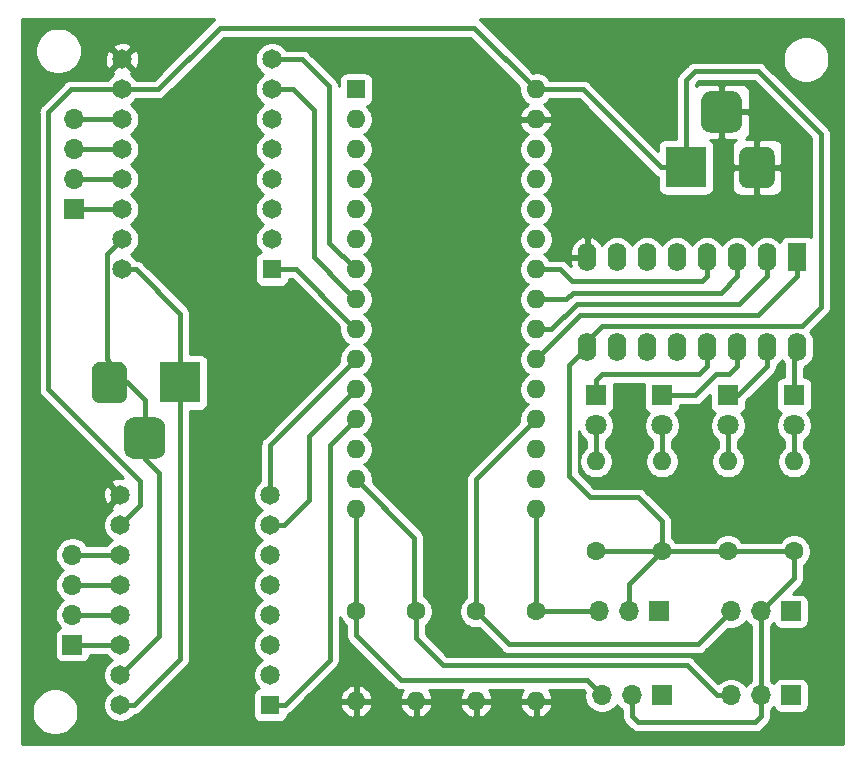
<source format=gbl>
G04 #@! TF.GenerationSoftware,KiCad,Pcbnew,5.1.5-52549c5~84~ubuntu18.04.1*
G04 #@! TF.CreationDate,2020-09-18T13:51:24-05:00*
G04 #@! TF.ProjectId,pcb,7063622e-6b69-4636-9164-5f7063625858,rev?*
G04 #@! TF.SameCoordinates,Original*
G04 #@! TF.FileFunction,Copper,L2,Bot*
G04 #@! TF.FilePolarity,Positive*
%FSLAX46Y46*%
G04 Gerber Fmt 4.6, Leading zero omitted, Abs format (unit mm)*
G04 Created by KiCad (PCBNEW 5.1.5-52549c5~84~ubuntu18.04.1) date 2020-09-18 13:51:24*
%MOMM*%
%LPD*%
G04 APERTURE LIST*
%ADD10O,1.600000X1.600000*%
%ADD11C,1.600000*%
%ADD12R,1.600000X1.600000*%
%ADD13O,1.700000X1.700000*%
%ADD14R,1.700000X1.700000*%
%ADD15C,0.150000*%
%ADD16R,3.500000X3.500000*%
%ADD17C,1.650000*%
%ADD18R,1.650000X1.650000*%
%ADD19O,1.600000X2.400000*%
%ADD20R,1.600000X2.400000*%
%ADD21C,1.800000*%
%ADD22R,1.800000X1.800000*%
%ADD23C,0.400000*%
%ADD24C,0.254000*%
G04 APERTURE END LIST*
D10*
X221336000Y-169050000D03*
D11*
X221336000Y-161430000D03*
D12*
X206086000Y-117234000D03*
D10*
X221326000Y-150254000D03*
X206086000Y-119774000D03*
X221326000Y-147714000D03*
X206086000Y-122314000D03*
X221326000Y-145174000D03*
X206086000Y-124854000D03*
X221326000Y-142634000D03*
X206086000Y-127394000D03*
X221326000Y-140094000D03*
X206086000Y-129934000D03*
X221326000Y-137554000D03*
X206086000Y-132474000D03*
X221326000Y-135014000D03*
X206086000Y-135014000D03*
X221326000Y-132474000D03*
X206086000Y-137554000D03*
X221326000Y-129934000D03*
X206086000Y-140094000D03*
X221326000Y-127394000D03*
X206086000Y-142634000D03*
X221326000Y-124854000D03*
X206086000Y-145174000D03*
X221326000Y-122314000D03*
X206086000Y-147714000D03*
X221326000Y-119774000D03*
X206086000Y-150254000D03*
X221326000Y-117234000D03*
X206086000Y-152794000D03*
X221326000Y-152794000D03*
D13*
X182220000Y-119774000D03*
X182220000Y-122314000D03*
X182220000Y-124854000D03*
D14*
X182220000Y-127394000D03*
D10*
X243180000Y-148730000D03*
D11*
X243180000Y-156350000D03*
D10*
X237592000Y-148730000D03*
D11*
X237592000Y-156350000D03*
D10*
X232004000Y-148730000D03*
D11*
X232004000Y-156350000D03*
D10*
X226416000Y-148730000D03*
D11*
X226416000Y-156350000D03*
D10*
X206096000Y-169050000D03*
D11*
X206096000Y-161430000D03*
D10*
X211176000Y-169050000D03*
D11*
X211176000Y-161430000D03*
D10*
X216256000Y-169050000D03*
D11*
X216256000Y-161430000D03*
G04 #@! TA.AperFunction,ComponentPad*
D15*
G36*
X189170765Y-145004213D02*
G01*
X189255704Y-145016813D01*
X189338999Y-145037677D01*
X189419848Y-145066605D01*
X189497472Y-145103319D01*
X189571124Y-145147464D01*
X189640094Y-145198616D01*
X189703718Y-145256282D01*
X189761384Y-145319906D01*
X189812536Y-145388876D01*
X189856681Y-145462528D01*
X189893395Y-145540152D01*
X189922323Y-145621001D01*
X189943187Y-145704296D01*
X189955787Y-145789235D01*
X189960000Y-145875000D01*
X189960000Y-147625000D01*
X189955787Y-147710765D01*
X189943187Y-147795704D01*
X189922323Y-147878999D01*
X189893395Y-147959848D01*
X189856681Y-148037472D01*
X189812536Y-148111124D01*
X189761384Y-148180094D01*
X189703718Y-148243718D01*
X189640094Y-148301384D01*
X189571124Y-148352536D01*
X189497472Y-148396681D01*
X189419848Y-148433395D01*
X189338999Y-148462323D01*
X189255704Y-148483187D01*
X189170765Y-148495787D01*
X189085000Y-148500000D01*
X187335000Y-148500000D01*
X187249235Y-148495787D01*
X187164296Y-148483187D01*
X187081001Y-148462323D01*
X187000152Y-148433395D01*
X186922528Y-148396681D01*
X186848876Y-148352536D01*
X186779906Y-148301384D01*
X186716282Y-148243718D01*
X186658616Y-148180094D01*
X186607464Y-148111124D01*
X186563319Y-148037472D01*
X186526605Y-147959848D01*
X186497677Y-147878999D01*
X186476813Y-147795704D01*
X186464213Y-147710765D01*
X186460000Y-147625000D01*
X186460000Y-145875000D01*
X186464213Y-145789235D01*
X186476813Y-145704296D01*
X186497677Y-145621001D01*
X186526605Y-145540152D01*
X186563319Y-145462528D01*
X186607464Y-145388876D01*
X186658616Y-145319906D01*
X186716282Y-145256282D01*
X186779906Y-145198616D01*
X186848876Y-145147464D01*
X186922528Y-145103319D01*
X187000152Y-145066605D01*
X187081001Y-145037677D01*
X187164296Y-145016813D01*
X187249235Y-145004213D01*
X187335000Y-145000000D01*
X189085000Y-145000000D01*
X189170765Y-145004213D01*
G37*
G04 #@! TD.AperFunction*
G04 #@! TA.AperFunction,ComponentPad*
G36*
X186033513Y-140303611D02*
G01*
X186106318Y-140314411D01*
X186177714Y-140332295D01*
X186247013Y-140357090D01*
X186313548Y-140388559D01*
X186376678Y-140426398D01*
X186435795Y-140470242D01*
X186490330Y-140519670D01*
X186539758Y-140574205D01*
X186583602Y-140633322D01*
X186621441Y-140696452D01*
X186652910Y-140762987D01*
X186677705Y-140832286D01*
X186695589Y-140903682D01*
X186706389Y-140976487D01*
X186710000Y-141050000D01*
X186710000Y-143050000D01*
X186706389Y-143123513D01*
X186695589Y-143196318D01*
X186677705Y-143267714D01*
X186652910Y-143337013D01*
X186621441Y-143403548D01*
X186583602Y-143466678D01*
X186539758Y-143525795D01*
X186490330Y-143580330D01*
X186435795Y-143629758D01*
X186376678Y-143673602D01*
X186313548Y-143711441D01*
X186247013Y-143742910D01*
X186177714Y-143767705D01*
X186106318Y-143785589D01*
X186033513Y-143796389D01*
X185960000Y-143800000D01*
X184460000Y-143800000D01*
X184386487Y-143796389D01*
X184313682Y-143785589D01*
X184242286Y-143767705D01*
X184172987Y-143742910D01*
X184106452Y-143711441D01*
X184043322Y-143673602D01*
X183984205Y-143629758D01*
X183929670Y-143580330D01*
X183880242Y-143525795D01*
X183836398Y-143466678D01*
X183798559Y-143403548D01*
X183767090Y-143337013D01*
X183742295Y-143267714D01*
X183724411Y-143196318D01*
X183713611Y-143123513D01*
X183710000Y-143050000D01*
X183710000Y-141050000D01*
X183713611Y-140976487D01*
X183724411Y-140903682D01*
X183742295Y-140832286D01*
X183767090Y-140762987D01*
X183798559Y-140696452D01*
X183836398Y-140633322D01*
X183880242Y-140574205D01*
X183929670Y-140519670D01*
X183984205Y-140470242D01*
X184043322Y-140426398D01*
X184106452Y-140388559D01*
X184172987Y-140357090D01*
X184242286Y-140332295D01*
X184313682Y-140314411D01*
X184386487Y-140303611D01*
X184460000Y-140300000D01*
X185960000Y-140300000D01*
X186033513Y-140303611D01*
G37*
G04 #@! TD.AperFunction*
D16*
X191210000Y-142050000D03*
D13*
X182080000Y-156648000D03*
X182080000Y-159188000D03*
X182080000Y-161728000D03*
D14*
X182080000Y-164268000D03*
D17*
X186144000Y-151568000D03*
X186144000Y-154108000D03*
X186144000Y-156648000D03*
X186144000Y-159188000D03*
X186144000Y-169348000D03*
X186144000Y-166808000D03*
X186144000Y-164268000D03*
D18*
X198844000Y-169348000D03*
D17*
X198844000Y-166808000D03*
X198844000Y-164268000D03*
X198844000Y-151568000D03*
X198844000Y-154108000D03*
X198844000Y-156648000D03*
X198844000Y-159188000D03*
X186144000Y-161728000D03*
X198844000Y-161728000D03*
X186284000Y-114694000D03*
X186284000Y-117234000D03*
X186284000Y-119774000D03*
X186284000Y-122314000D03*
X186284000Y-132474000D03*
X186284000Y-129934000D03*
X186284000Y-127394000D03*
D18*
X198984000Y-132474000D03*
D17*
X198984000Y-129934000D03*
X198984000Y-127394000D03*
X198984000Y-114694000D03*
X198984000Y-117234000D03*
X198984000Y-119774000D03*
X198984000Y-122314000D03*
X186284000Y-124854000D03*
X198984000Y-124854000D03*
D13*
X226670000Y-161430000D03*
X229210000Y-161430000D03*
D14*
X231750000Y-161430000D03*
D13*
X226924000Y-168542000D03*
X229464000Y-168542000D03*
D14*
X232004000Y-168542000D03*
D13*
X237846000Y-168542000D03*
X240386000Y-168542000D03*
D14*
X242926000Y-168542000D03*
D13*
X237846000Y-161430000D03*
X240386000Y-161430000D03*
D14*
X242926000Y-161430000D03*
D19*
X243434000Y-139078000D03*
X225654000Y-131458000D03*
X240894000Y-139078000D03*
X228194000Y-131458000D03*
X238354000Y-139078000D03*
X230734000Y-131458000D03*
X235814000Y-139078000D03*
X233274000Y-131458000D03*
X233274000Y-139078000D03*
X235814000Y-131458000D03*
X230734000Y-139078000D03*
X238354000Y-131458000D03*
X228194000Y-139078000D03*
X240894000Y-131458000D03*
X225654000Y-139078000D03*
D20*
X243434000Y-131458000D03*
D21*
X243180000Y-145682000D03*
D22*
X243180000Y-143142000D03*
D21*
X237592000Y-145682000D03*
D22*
X237592000Y-143142000D03*
D21*
X232004000Y-145682000D03*
D22*
X232004000Y-143142000D03*
D21*
X226416000Y-145682000D03*
D22*
X226416000Y-143142000D03*
G04 #@! TA.AperFunction,ComponentPad*
D15*
G36*
X237996765Y-117392213D02*
G01*
X238081704Y-117404813D01*
X238164999Y-117425677D01*
X238245848Y-117454605D01*
X238323472Y-117491319D01*
X238397124Y-117535464D01*
X238466094Y-117586616D01*
X238529718Y-117644282D01*
X238587384Y-117707906D01*
X238638536Y-117776876D01*
X238682681Y-117850528D01*
X238719395Y-117928152D01*
X238748323Y-118009001D01*
X238769187Y-118092296D01*
X238781787Y-118177235D01*
X238786000Y-118263000D01*
X238786000Y-120013000D01*
X238781787Y-120098765D01*
X238769187Y-120183704D01*
X238748323Y-120266999D01*
X238719395Y-120347848D01*
X238682681Y-120425472D01*
X238638536Y-120499124D01*
X238587384Y-120568094D01*
X238529718Y-120631718D01*
X238466094Y-120689384D01*
X238397124Y-120740536D01*
X238323472Y-120784681D01*
X238245848Y-120821395D01*
X238164999Y-120850323D01*
X238081704Y-120871187D01*
X237996765Y-120883787D01*
X237911000Y-120888000D01*
X236161000Y-120888000D01*
X236075235Y-120883787D01*
X235990296Y-120871187D01*
X235907001Y-120850323D01*
X235826152Y-120821395D01*
X235748528Y-120784681D01*
X235674876Y-120740536D01*
X235605906Y-120689384D01*
X235542282Y-120631718D01*
X235484616Y-120568094D01*
X235433464Y-120499124D01*
X235389319Y-120425472D01*
X235352605Y-120347848D01*
X235323677Y-120266999D01*
X235302813Y-120183704D01*
X235290213Y-120098765D01*
X235286000Y-120013000D01*
X235286000Y-118263000D01*
X235290213Y-118177235D01*
X235302813Y-118092296D01*
X235323677Y-118009001D01*
X235352605Y-117928152D01*
X235389319Y-117850528D01*
X235433464Y-117776876D01*
X235484616Y-117707906D01*
X235542282Y-117644282D01*
X235605906Y-117586616D01*
X235674876Y-117535464D01*
X235748528Y-117491319D01*
X235826152Y-117454605D01*
X235907001Y-117425677D01*
X235990296Y-117404813D01*
X236075235Y-117392213D01*
X236161000Y-117388000D01*
X237911000Y-117388000D01*
X237996765Y-117392213D01*
G37*
G04 #@! TD.AperFunction*
G04 #@! TA.AperFunction,ComponentPad*
G36*
X240859513Y-122091611D02*
G01*
X240932318Y-122102411D01*
X241003714Y-122120295D01*
X241073013Y-122145090D01*
X241139548Y-122176559D01*
X241202678Y-122214398D01*
X241261795Y-122258242D01*
X241316330Y-122307670D01*
X241365758Y-122362205D01*
X241409602Y-122421322D01*
X241447441Y-122484452D01*
X241478910Y-122550987D01*
X241503705Y-122620286D01*
X241521589Y-122691682D01*
X241532389Y-122764487D01*
X241536000Y-122838000D01*
X241536000Y-124838000D01*
X241532389Y-124911513D01*
X241521589Y-124984318D01*
X241503705Y-125055714D01*
X241478910Y-125125013D01*
X241447441Y-125191548D01*
X241409602Y-125254678D01*
X241365758Y-125313795D01*
X241316330Y-125368330D01*
X241261795Y-125417758D01*
X241202678Y-125461602D01*
X241139548Y-125499441D01*
X241073013Y-125530910D01*
X241003714Y-125555705D01*
X240932318Y-125573589D01*
X240859513Y-125584389D01*
X240786000Y-125588000D01*
X239286000Y-125588000D01*
X239212487Y-125584389D01*
X239139682Y-125573589D01*
X239068286Y-125555705D01*
X238998987Y-125530910D01*
X238932452Y-125499441D01*
X238869322Y-125461602D01*
X238810205Y-125417758D01*
X238755670Y-125368330D01*
X238706242Y-125313795D01*
X238662398Y-125254678D01*
X238624559Y-125191548D01*
X238593090Y-125125013D01*
X238568295Y-125055714D01*
X238550411Y-124984318D01*
X238539611Y-124911513D01*
X238536000Y-124838000D01*
X238536000Y-122838000D01*
X238539611Y-122764487D01*
X238550411Y-122691682D01*
X238568295Y-122620286D01*
X238593090Y-122550987D01*
X238624559Y-122484452D01*
X238662398Y-122421322D01*
X238706242Y-122362205D01*
X238755670Y-122307670D01*
X238810205Y-122258242D01*
X238869322Y-122214398D01*
X238932452Y-122176559D01*
X238998987Y-122145090D01*
X239068286Y-122120295D01*
X239139682Y-122102411D01*
X239212487Y-122091611D01*
X239286000Y-122088000D01*
X240786000Y-122088000D01*
X240859513Y-122091611D01*
G37*
G04 #@! TD.AperFunction*
D16*
X234036000Y-123838000D03*
D23*
X240144500Y-136347500D02*
X243434000Y-133058000D01*
X243434000Y-133058000D02*
X243434000Y-131458000D01*
X221326000Y-140094000D02*
X225072500Y-136347500D01*
X225072500Y-136347500D02*
X227241500Y-136347500D01*
X227241500Y-136347500D02*
X240144500Y-136347500D01*
X240894000Y-133058000D02*
X240894000Y-131458000D01*
X238557000Y-135395000D02*
X240894000Y-133058000D01*
X222606000Y-137554000D02*
X221326000Y-137554000D01*
X224765000Y-135395000D02*
X222606000Y-137554000D01*
X224765000Y-135395000D02*
X238557000Y-135395000D01*
X201016000Y-132474000D02*
X198984000Y-132474000D01*
X205286001Y-136754001D02*
X205286001Y-136744001D01*
X206086000Y-137554000D02*
X205286001Y-136754001D01*
X205286001Y-136744001D02*
X201016000Y-132474000D01*
X238354000Y-133058000D02*
X238354000Y-131458000D01*
X236969500Y-134442500D02*
X238354000Y-133058000D01*
X223876000Y-135014000D02*
X221326000Y-135014000D01*
X224447500Y-134442500D02*
X223876000Y-135014000D01*
X224447500Y-134442500D02*
X236969500Y-134442500D01*
X200762000Y-117234000D02*
X198984000Y-117234000D01*
X206086000Y-135014000D02*
X205286001Y-134214001D01*
X202540000Y-131458000D02*
X202540000Y-119012000D01*
X205286001Y-134204001D02*
X202540000Y-131458000D01*
X205286001Y-134214001D02*
X205286001Y-134204001D01*
X202540000Y-119012000D02*
X200762000Y-117234000D01*
X235814000Y-133058000D02*
X235814000Y-131458000D01*
X235382000Y-133490000D02*
X235814000Y-133058000D01*
X224384000Y-133490000D02*
X223368000Y-132474000D01*
X224384000Y-133490000D02*
X235306000Y-133490000D01*
X223368000Y-132474000D02*
X221326000Y-132474000D01*
X206086000Y-132474000D02*
X203810000Y-130198000D01*
X203810000Y-130198000D02*
X203810000Y-116980000D01*
X203810000Y-116980000D02*
X201524000Y-114694000D01*
X201524000Y-114694000D02*
X198984000Y-114694000D01*
X198844000Y-147336000D02*
X198844000Y-151568000D01*
X206086000Y-140094000D02*
X198844000Y-147336000D01*
X206086000Y-145174000D02*
X203910000Y-147350000D01*
X200069000Y-169348000D02*
X198844000Y-169348000D01*
X203910000Y-165507000D02*
X200069000Y-169348000D01*
X203910000Y-147350000D02*
X203910000Y-165507000D01*
X200010726Y-154108000D02*
X202150000Y-151968726D01*
X198844000Y-154108000D02*
X200010726Y-154108000D01*
X202150000Y-146570000D02*
X206086000Y-142634000D01*
X202150000Y-151968726D02*
X202150000Y-146570000D01*
X216256000Y-150244000D02*
X221326000Y-145174000D01*
X216256000Y-161430000D02*
X216256000Y-150244000D01*
X237846000Y-161430000D02*
X235052000Y-164224000D01*
X219050000Y-164224000D02*
X216256000Y-161430000D01*
X235052000Y-164224000D02*
X219050000Y-164224000D01*
X211006666Y-155174666D02*
X211006666Y-161430000D01*
X206086000Y-150254000D02*
X211006666Y-155174666D01*
X236643919Y-168542000D02*
X234103919Y-166002000D01*
X237846000Y-168542000D02*
X236643919Y-168542000D01*
X234103919Y-166002000D02*
X213462000Y-166002000D01*
X211176000Y-163716000D02*
X211176000Y-161430000D01*
X213462000Y-166002000D02*
X211176000Y-163716000D01*
X224130000Y-140602000D02*
X225654000Y-139078000D01*
X224130000Y-150000000D02*
X224130000Y-140602000D01*
X225908000Y-151778000D02*
X224130000Y-150000000D01*
X229972000Y-151778000D02*
X225908000Y-151778000D01*
X232004000Y-156350000D02*
X232004000Y-153810000D01*
X232004000Y-153810000D02*
X229972000Y-151778000D01*
X242048630Y-156350000D02*
X237592000Y-156350000D01*
X243180000Y-156350000D02*
X242048630Y-156350000D01*
X237592000Y-156350000D02*
X232004000Y-156350000D01*
X230872630Y-156350000D02*
X226416000Y-156350000D01*
X232004000Y-156350000D02*
X230872630Y-156350000D01*
X222457370Y-117234000D02*
X221326000Y-117234000D01*
X225282000Y-117234000D02*
X222457370Y-117234000D01*
X231886000Y-123838000D02*
X225282000Y-117234000D01*
X234036000Y-123838000D02*
X231886000Y-123838000D01*
X240386000Y-170320000D02*
X240386000Y-168542000D01*
X239878000Y-170828000D02*
X240386000Y-170320000D01*
X229972000Y-170828000D02*
X239878000Y-170828000D01*
X229464000Y-168542000D02*
X229464000Y-170320000D01*
X229464000Y-170320000D02*
X229972000Y-170828000D01*
X240386000Y-168542000D02*
X240386000Y-161430000D01*
X243180000Y-158636000D02*
X243180000Y-156350000D01*
X240386000Y-161430000D02*
X243180000Y-158636000D01*
X229210000Y-159144000D02*
X232004000Y-156350000D01*
X229210000Y-161430000D02*
X229210000Y-159144000D01*
X225654000Y-138570000D02*
X226924000Y-137300000D01*
X245466000Y-121044000D02*
X240132000Y-115710000D01*
X245466000Y-135657781D02*
X245466000Y-121044000D01*
X234036000Y-116472000D02*
X234036000Y-123838000D01*
X240132000Y-115710000D02*
X234798000Y-115710000D01*
X225654000Y-139078000D02*
X225654000Y-138570000D01*
X243823781Y-137300000D02*
X245466000Y-135657781D01*
X234798000Y-115710000D02*
X234036000Y-116472000D01*
X226924000Y-137300000D02*
X243823781Y-137300000D01*
X181986000Y-117234000D02*
X186284000Y-117234000D01*
X180050000Y-119170000D02*
X181986000Y-117234000D01*
X180050000Y-142640000D02*
X180050000Y-119170000D01*
X187840000Y-150430000D02*
X180050000Y-142640000D01*
X186144000Y-154108000D02*
X187840000Y-152412000D01*
X187840000Y-152412000D02*
X187840000Y-150430000D01*
X186284000Y-117234000D02*
X189316000Y-117234000D01*
X189316000Y-117234000D02*
X194540000Y-112010000D01*
X216102000Y-112010000D02*
X221326000Y-117234000D01*
X194540000Y-112010000D02*
X216102000Y-112010000D01*
X206086000Y-161186000D02*
X205842000Y-161430000D01*
X206086000Y-152794000D02*
X206086000Y-161186000D01*
X226924000Y-168542000D02*
X225654000Y-167272000D01*
X225654000Y-167272000D02*
X209906000Y-167272000D01*
X206096000Y-163462000D02*
X206096000Y-161430000D01*
X209906000Y-167272000D02*
X206096000Y-163462000D01*
X221336000Y-152804000D02*
X221326000Y-152794000D01*
X221336000Y-161430000D02*
X221336000Y-152804000D01*
X226670000Y-161430000D02*
X221336000Y-161430000D01*
X235814000Y-140678000D02*
X235128000Y-141364000D01*
X235814000Y-139078000D02*
X235814000Y-140678000D01*
X226894000Y-141364000D02*
X226416000Y-141842000D01*
X226416000Y-141842000D02*
X226416000Y-143142000D01*
X235128000Y-141364000D02*
X226894000Y-141364000D01*
X226416000Y-145682000D02*
X226416000Y-148730000D01*
X232004000Y-145682000D02*
X232004000Y-148730000D01*
X232004000Y-143142000D02*
X234798000Y-143142000D01*
X234798000Y-143142000D02*
X236576000Y-141364000D01*
X238354000Y-140678000D02*
X238354000Y-139078000D01*
X237668000Y-141364000D02*
X238354000Y-140678000D01*
X236576000Y-141364000D02*
X237668000Y-141364000D01*
X238430000Y-143142000D02*
X237592000Y-143142000D01*
X240894000Y-140678000D02*
X238430000Y-143142000D01*
X240894000Y-139078000D02*
X240894000Y-140678000D01*
X237592000Y-145682000D02*
X237592000Y-148730000D01*
X243180000Y-145682000D02*
X243180000Y-148730000D01*
X243180000Y-139332000D02*
X243434000Y-139078000D01*
X243180000Y-143142000D02*
X243180000Y-139332000D01*
X182220000Y-124854000D02*
X186284000Y-124854000D01*
X183470000Y-127394000D02*
X186284000Y-127394000D01*
X182220000Y-127394000D02*
X183470000Y-127394000D01*
X185008999Y-131209001D02*
X185008999Y-140098999D01*
X185210000Y-140300000D02*
X185210000Y-142050000D01*
X185008999Y-140098999D02*
X185210000Y-140300000D01*
X186284000Y-129934000D02*
X185008999Y-131209001D01*
X188210000Y-145000000D02*
X188210000Y-146750000D01*
X188210000Y-143550000D02*
X188210000Y-145000000D01*
X186710000Y-142050000D02*
X188210000Y-143550000D01*
X185210000Y-142050000D02*
X186710000Y-142050000D01*
X188210000Y-148500000D02*
X189400000Y-149690000D01*
X188210000Y-146750000D02*
X188210000Y-148500000D01*
X189400000Y-163552000D02*
X186144000Y-166808000D01*
X189400000Y-149690000D02*
X189400000Y-163552000D01*
X191210000Y-136233274D02*
X191210000Y-139900000D01*
X187450726Y-132474000D02*
X191210000Y-136233274D01*
X191210000Y-139900000D02*
X191210000Y-142050000D01*
X186284000Y-132474000D02*
X187450726Y-132474000D01*
X191210000Y-144200000D02*
X191210000Y-142050000D01*
X191210000Y-165448726D02*
X191210000Y-144200000D01*
X187310726Y-169348000D02*
X191210000Y-165448726D01*
X186144000Y-169348000D02*
X187310726Y-169348000D01*
X182220000Y-122314000D02*
X186284000Y-122314000D01*
X182220000Y-119774000D02*
X186284000Y-119774000D01*
X186144000Y-156648000D02*
X182080000Y-156648000D01*
X183282081Y-159188000D02*
X186144000Y-159188000D01*
X182080000Y-159188000D02*
X183282081Y-159188000D01*
X183330000Y-164268000D02*
X186144000Y-164268000D01*
X182080000Y-164268000D02*
X183330000Y-164268000D01*
X182080000Y-161728000D02*
X186144000Y-161728000D01*
D24*
G36*
X193946709Y-111416709D02*
G01*
X193920563Y-111448568D01*
X188970133Y-116399000D01*
X187481998Y-116399000D01*
X187418056Y-116303304D01*
X187214696Y-116099944D01*
X187013424Y-115965459D01*
X187040337Y-115951073D01*
X187114946Y-115704551D01*
X186284000Y-114873605D01*
X185453054Y-115704551D01*
X185527663Y-115951073D01*
X185555977Y-115964523D01*
X185353304Y-116099944D01*
X185149944Y-116303304D01*
X185086002Y-116399000D01*
X182027007Y-116399000D01*
X181985999Y-116394961D01*
X181944991Y-116399000D01*
X181944981Y-116399000D01*
X181822311Y-116411082D01*
X181664913Y-116458828D01*
X181519854Y-116536364D01*
X181392709Y-116640709D01*
X181366561Y-116672571D01*
X179488574Y-118550559D01*
X179456710Y-118576709D01*
X179388878Y-118659363D01*
X179352364Y-118703855D01*
X179274828Y-118848914D01*
X179227082Y-119006312D01*
X179210960Y-119170000D01*
X179215001Y-119211029D01*
X179215000Y-142598982D01*
X179210960Y-142640000D01*
X179215000Y-142681018D01*
X179227082Y-142803688D01*
X179274828Y-142961086D01*
X179352364Y-143106145D01*
X179456709Y-143233291D01*
X179488579Y-143259446D01*
X186345484Y-150116353D01*
X186074479Y-150102583D01*
X185789926Y-150144303D01*
X185518980Y-150240735D01*
X185387663Y-150310927D01*
X185313054Y-150557449D01*
X186144000Y-151388395D01*
X186158143Y-151374253D01*
X186337748Y-151553858D01*
X186323605Y-151568000D01*
X186337748Y-151582143D01*
X186158143Y-151761748D01*
X186144000Y-151747605D01*
X185313054Y-152578551D01*
X185387663Y-152825073D01*
X185415977Y-152838523D01*
X185213304Y-152973944D01*
X185009944Y-153177304D01*
X184850165Y-153416431D01*
X184740107Y-153682134D01*
X184684000Y-153964203D01*
X184684000Y-154251797D01*
X184740107Y-154533866D01*
X184850165Y-154799569D01*
X185009944Y-155038696D01*
X185213304Y-155242056D01*
X185416759Y-155378000D01*
X185213304Y-155513944D01*
X185009944Y-155717304D01*
X184946002Y-155813000D01*
X183308065Y-155813000D01*
X183233475Y-155701368D01*
X183026632Y-155494525D01*
X182783411Y-155332010D01*
X182513158Y-155220068D01*
X182226260Y-155163000D01*
X181933740Y-155163000D01*
X181646842Y-155220068D01*
X181376589Y-155332010D01*
X181133368Y-155494525D01*
X180926525Y-155701368D01*
X180764010Y-155944589D01*
X180652068Y-156214842D01*
X180595000Y-156501740D01*
X180595000Y-156794260D01*
X180652068Y-157081158D01*
X180764010Y-157351411D01*
X180926525Y-157594632D01*
X181133368Y-157801475D01*
X181307760Y-157918000D01*
X181133368Y-158034525D01*
X180926525Y-158241368D01*
X180764010Y-158484589D01*
X180652068Y-158754842D01*
X180595000Y-159041740D01*
X180595000Y-159334260D01*
X180652068Y-159621158D01*
X180764010Y-159891411D01*
X180926525Y-160134632D01*
X181133368Y-160341475D01*
X181307760Y-160458000D01*
X181133368Y-160574525D01*
X180926525Y-160781368D01*
X180764010Y-161024589D01*
X180652068Y-161294842D01*
X180595000Y-161581740D01*
X180595000Y-161874260D01*
X180652068Y-162161158D01*
X180764010Y-162431411D01*
X180926525Y-162674632D01*
X181058380Y-162806487D01*
X180985820Y-162828498D01*
X180875506Y-162887463D01*
X180778815Y-162966815D01*
X180699463Y-163063506D01*
X180640498Y-163173820D01*
X180604188Y-163293518D01*
X180591928Y-163418000D01*
X180591928Y-165118000D01*
X180604188Y-165242482D01*
X180640498Y-165362180D01*
X180699463Y-165472494D01*
X180778815Y-165569185D01*
X180875506Y-165648537D01*
X180985820Y-165707502D01*
X181105518Y-165743812D01*
X181230000Y-165756072D01*
X182930000Y-165756072D01*
X183054482Y-165743812D01*
X183174180Y-165707502D01*
X183284494Y-165648537D01*
X183381185Y-165569185D01*
X183460537Y-165472494D01*
X183519502Y-165362180D01*
X183555812Y-165242482D01*
X183568072Y-165118000D01*
X183568072Y-165103000D01*
X184946002Y-165103000D01*
X185009944Y-165198696D01*
X185213304Y-165402056D01*
X185416759Y-165538000D01*
X185213304Y-165673944D01*
X185009944Y-165877304D01*
X184850165Y-166116431D01*
X184740107Y-166382134D01*
X184684000Y-166664203D01*
X184684000Y-166951797D01*
X184740107Y-167233866D01*
X184850165Y-167499569D01*
X185009944Y-167738696D01*
X185213304Y-167942056D01*
X185416759Y-168078000D01*
X185213304Y-168213944D01*
X185009944Y-168417304D01*
X184850165Y-168656431D01*
X184740107Y-168922134D01*
X184684000Y-169204203D01*
X184684000Y-169491797D01*
X184740107Y-169773866D01*
X184850165Y-170039569D01*
X185009944Y-170278696D01*
X185213304Y-170482056D01*
X185452431Y-170641835D01*
X185718134Y-170751893D01*
X186000203Y-170808000D01*
X186287797Y-170808000D01*
X186569866Y-170751893D01*
X186835569Y-170641835D01*
X187074696Y-170482056D01*
X187278056Y-170278696D01*
X187341311Y-170184028D01*
X187351744Y-170183000D01*
X187351745Y-170183000D01*
X187474415Y-170170918D01*
X187631813Y-170123172D01*
X187776872Y-170045636D01*
X187904017Y-169941291D01*
X187930172Y-169909421D01*
X191771428Y-166068166D01*
X191803291Y-166042017D01*
X191907636Y-165914872D01*
X191985172Y-165769813D01*
X192032918Y-165612415D01*
X192037900Y-165561835D01*
X192049040Y-165448727D01*
X192045000Y-165407708D01*
X192045000Y-144438072D01*
X192960000Y-144438072D01*
X193084482Y-144425812D01*
X193204180Y-144389502D01*
X193314494Y-144330537D01*
X193411185Y-144251185D01*
X193490537Y-144154494D01*
X193549502Y-144044180D01*
X193585812Y-143924482D01*
X193598072Y-143800000D01*
X193598072Y-140300000D01*
X193585812Y-140175518D01*
X193549502Y-140055820D01*
X193490537Y-139945506D01*
X193411185Y-139848815D01*
X193314494Y-139769463D01*
X193204180Y-139710498D01*
X193084482Y-139674188D01*
X192960000Y-139661928D01*
X192045000Y-139661928D01*
X192045000Y-136274281D01*
X192049039Y-136233273D01*
X192045000Y-136192265D01*
X192045000Y-136192255D01*
X192032918Y-136069585D01*
X191985172Y-135912187D01*
X191907636Y-135767128D01*
X191803291Y-135639983D01*
X191771428Y-135613834D01*
X188070172Y-131912579D01*
X188044017Y-131880709D01*
X187916872Y-131776364D01*
X187771813Y-131698828D01*
X187614415Y-131651082D01*
X187491745Y-131639000D01*
X187491744Y-131639000D01*
X187481311Y-131637972D01*
X187418056Y-131543304D01*
X187214696Y-131339944D01*
X187011241Y-131204000D01*
X187214696Y-131068056D01*
X187418056Y-130864696D01*
X187577835Y-130625569D01*
X187687893Y-130359866D01*
X187744000Y-130077797D01*
X187744000Y-129790203D01*
X187687893Y-129508134D01*
X187577835Y-129242431D01*
X187418056Y-129003304D01*
X187214696Y-128799944D01*
X187011241Y-128664000D01*
X187214696Y-128528056D01*
X187418056Y-128324696D01*
X187577835Y-128085569D01*
X187687893Y-127819866D01*
X187744000Y-127537797D01*
X187744000Y-127250203D01*
X187687893Y-126968134D01*
X187577835Y-126702431D01*
X187418056Y-126463304D01*
X187214696Y-126259944D01*
X187011241Y-126124000D01*
X187214696Y-125988056D01*
X187418056Y-125784696D01*
X187577835Y-125545569D01*
X187687893Y-125279866D01*
X187744000Y-124997797D01*
X187744000Y-124710203D01*
X187687893Y-124428134D01*
X187577835Y-124162431D01*
X187418056Y-123923304D01*
X187214696Y-123719944D01*
X187011241Y-123584000D01*
X187214696Y-123448056D01*
X187418056Y-123244696D01*
X187577835Y-123005569D01*
X187687893Y-122739866D01*
X187744000Y-122457797D01*
X187744000Y-122170203D01*
X187687893Y-121888134D01*
X187577835Y-121622431D01*
X187418056Y-121383304D01*
X187214696Y-121179944D01*
X187011241Y-121044000D01*
X187214696Y-120908056D01*
X187418056Y-120704696D01*
X187577835Y-120465569D01*
X187687893Y-120199866D01*
X187744000Y-119917797D01*
X187744000Y-119630203D01*
X187687893Y-119348134D01*
X187577835Y-119082431D01*
X187418056Y-118843304D01*
X187214696Y-118639944D01*
X187011241Y-118504000D01*
X187214696Y-118368056D01*
X187418056Y-118164696D01*
X187481998Y-118069000D01*
X189274982Y-118069000D01*
X189316000Y-118073040D01*
X189357018Y-118069000D01*
X189357019Y-118069000D01*
X189479689Y-118056918D01*
X189637087Y-118009172D01*
X189782146Y-117931636D01*
X189909291Y-117827291D01*
X189935446Y-117795421D01*
X194885869Y-112845000D01*
X215756133Y-112845000D01*
X219909714Y-116998583D01*
X219891000Y-117092665D01*
X219891000Y-117375335D01*
X219946147Y-117652574D01*
X220054320Y-117913727D01*
X220211363Y-118148759D01*
X220411241Y-118348637D01*
X220646273Y-118505680D01*
X220656865Y-118510067D01*
X220470869Y-118621615D01*
X220262481Y-118810586D01*
X220094963Y-119036580D01*
X219974754Y-119290913D01*
X219934096Y-119424961D01*
X220056085Y-119647000D01*
X221199000Y-119647000D01*
X221199000Y-119627000D01*
X221453000Y-119627000D01*
X221453000Y-119647000D01*
X222595915Y-119647000D01*
X222717904Y-119424961D01*
X222677246Y-119290913D01*
X222557037Y-119036580D01*
X222389519Y-118810586D01*
X222181131Y-118621615D01*
X221995135Y-118510067D01*
X222005727Y-118505680D01*
X222240759Y-118348637D01*
X222440637Y-118148759D01*
X222493930Y-118069000D01*
X224936133Y-118069000D01*
X231266559Y-124399427D01*
X231292709Y-124431291D01*
X231419854Y-124535636D01*
X231564913Y-124613172D01*
X231647928Y-124638354D01*
X231647928Y-125588000D01*
X231660188Y-125712482D01*
X231696498Y-125832180D01*
X231755463Y-125942494D01*
X231834815Y-126039185D01*
X231931506Y-126118537D01*
X232041820Y-126177502D01*
X232161518Y-126213812D01*
X232286000Y-126226072D01*
X235786000Y-126226072D01*
X235910482Y-126213812D01*
X236030180Y-126177502D01*
X236140494Y-126118537D01*
X236237185Y-126039185D01*
X236316537Y-125942494D01*
X236375502Y-125832180D01*
X236411812Y-125712482D01*
X236424072Y-125588000D01*
X237897928Y-125588000D01*
X237910188Y-125712482D01*
X237946498Y-125832180D01*
X238005463Y-125942494D01*
X238084815Y-126039185D01*
X238181506Y-126118537D01*
X238291820Y-126177502D01*
X238411518Y-126213812D01*
X238536000Y-126226072D01*
X239750250Y-126223000D01*
X239909000Y-126064250D01*
X239909000Y-123965000D01*
X240163000Y-123965000D01*
X240163000Y-126064250D01*
X240321750Y-126223000D01*
X241536000Y-126226072D01*
X241660482Y-126213812D01*
X241780180Y-126177502D01*
X241890494Y-126118537D01*
X241987185Y-126039185D01*
X242066537Y-125942494D01*
X242125502Y-125832180D01*
X242161812Y-125712482D01*
X242174072Y-125588000D01*
X242171000Y-124123750D01*
X242012250Y-123965000D01*
X240163000Y-123965000D01*
X239909000Y-123965000D01*
X238059750Y-123965000D01*
X237901000Y-124123750D01*
X237897928Y-125588000D01*
X236424072Y-125588000D01*
X236424072Y-122088000D01*
X236411812Y-121963518D01*
X236375502Y-121843820D01*
X236316537Y-121733506D01*
X236237185Y-121636815D01*
X236140494Y-121557463D01*
X236078655Y-121524409D01*
X236750250Y-121523000D01*
X236909000Y-121364250D01*
X236909000Y-119265000D01*
X237163000Y-119265000D01*
X237163000Y-121364250D01*
X237321750Y-121523000D01*
X238242367Y-121524931D01*
X238181506Y-121557463D01*
X238084815Y-121636815D01*
X238005463Y-121733506D01*
X237946498Y-121843820D01*
X237910188Y-121963518D01*
X237897928Y-122088000D01*
X237901000Y-123552250D01*
X238059750Y-123711000D01*
X239909000Y-123711000D01*
X239909000Y-121611750D01*
X240163000Y-121611750D01*
X240163000Y-123711000D01*
X242012250Y-123711000D01*
X242171000Y-123552250D01*
X242174072Y-122088000D01*
X242161812Y-121963518D01*
X242125502Y-121843820D01*
X242066537Y-121733506D01*
X241987185Y-121636815D01*
X241890494Y-121557463D01*
X241780180Y-121498498D01*
X241660482Y-121462188D01*
X241536000Y-121449928D01*
X240321750Y-121453000D01*
X240163000Y-121611750D01*
X239909000Y-121611750D01*
X239750250Y-121453000D01*
X239079195Y-121451302D01*
X239140494Y-121418537D01*
X239237185Y-121339185D01*
X239316537Y-121242494D01*
X239375502Y-121132180D01*
X239411812Y-121012482D01*
X239424072Y-120888000D01*
X239421000Y-119423750D01*
X239262250Y-119265000D01*
X237163000Y-119265000D01*
X236909000Y-119265000D01*
X236889000Y-119265000D01*
X236889000Y-119011000D01*
X236909000Y-119011000D01*
X236909000Y-116911750D01*
X237163000Y-116911750D01*
X237163000Y-119011000D01*
X239262250Y-119011000D01*
X239421000Y-118852250D01*
X239424072Y-117388000D01*
X239411812Y-117263518D01*
X239375502Y-117143820D01*
X239316537Y-117033506D01*
X239237185Y-116936815D01*
X239140494Y-116857463D01*
X239030180Y-116798498D01*
X238910482Y-116762188D01*
X238786000Y-116749928D01*
X237321750Y-116753000D01*
X237163000Y-116911750D01*
X236909000Y-116911750D01*
X236750250Y-116753000D01*
X235286000Y-116749928D01*
X235161518Y-116762188D01*
X235041820Y-116798498D01*
X234931506Y-116857463D01*
X234871000Y-116907119D01*
X234871000Y-116817868D01*
X235143868Y-116545000D01*
X239786133Y-116545000D01*
X244631001Y-121389869D01*
X244631000Y-129762347D01*
X244588494Y-129727463D01*
X244478180Y-129668498D01*
X244358482Y-129632188D01*
X244234000Y-129619928D01*
X242634000Y-129619928D01*
X242509518Y-129632188D01*
X242389820Y-129668498D01*
X242279506Y-129727463D01*
X242182815Y-129806815D01*
X242103463Y-129903506D01*
X242044498Y-130013820D01*
X242008188Y-130133518D01*
X242006419Y-130151482D01*
X241913608Y-130038392D01*
X241695101Y-129859068D01*
X241445808Y-129725818D01*
X241175309Y-129643764D01*
X240894000Y-129616057D01*
X240612692Y-129643764D01*
X240342193Y-129725818D01*
X240092900Y-129859068D01*
X239874393Y-130038392D01*
X239695068Y-130256899D01*
X239624000Y-130389858D01*
X239552932Y-130256899D01*
X239373608Y-130038392D01*
X239155101Y-129859068D01*
X238905808Y-129725818D01*
X238635309Y-129643764D01*
X238354000Y-129616057D01*
X238072692Y-129643764D01*
X237802193Y-129725818D01*
X237552900Y-129859068D01*
X237334393Y-130038392D01*
X237155068Y-130256899D01*
X237084000Y-130389858D01*
X237012932Y-130256899D01*
X236833608Y-130038392D01*
X236615101Y-129859068D01*
X236365808Y-129725818D01*
X236095309Y-129643764D01*
X235814000Y-129616057D01*
X235532692Y-129643764D01*
X235262193Y-129725818D01*
X235012900Y-129859068D01*
X234794393Y-130038392D01*
X234615068Y-130256899D01*
X234544000Y-130389858D01*
X234472932Y-130256899D01*
X234293608Y-130038392D01*
X234075101Y-129859068D01*
X233825808Y-129725818D01*
X233555309Y-129643764D01*
X233274000Y-129616057D01*
X232992692Y-129643764D01*
X232722193Y-129725818D01*
X232472900Y-129859068D01*
X232254393Y-130038392D01*
X232075068Y-130256899D01*
X232004000Y-130389858D01*
X231932932Y-130256899D01*
X231753608Y-130038392D01*
X231535101Y-129859068D01*
X231285808Y-129725818D01*
X231015309Y-129643764D01*
X230734000Y-129616057D01*
X230452692Y-129643764D01*
X230182193Y-129725818D01*
X229932900Y-129859068D01*
X229714393Y-130038392D01*
X229535068Y-130256899D01*
X229464000Y-130389858D01*
X229392932Y-130256899D01*
X229213608Y-130038392D01*
X228995101Y-129859068D01*
X228745808Y-129725818D01*
X228475309Y-129643764D01*
X228194000Y-129616057D01*
X227912692Y-129643764D01*
X227642193Y-129725818D01*
X227392900Y-129859068D01*
X227174393Y-130038392D01*
X226995068Y-130256899D01*
X226926735Y-130384741D01*
X226776601Y-130155161D01*
X226578895Y-129953500D01*
X226345646Y-129794285D01*
X226085818Y-129683633D01*
X226003039Y-129666096D01*
X225781000Y-129788085D01*
X225781000Y-131331000D01*
X225801000Y-131331000D01*
X225801000Y-131585000D01*
X225781000Y-131585000D01*
X225781000Y-131605000D01*
X225527000Y-131605000D01*
X225527000Y-131585000D01*
X224219000Y-131585000D01*
X224219000Y-131985000D01*
X224255998Y-132181131D01*
X223987446Y-131912579D01*
X223961291Y-131880709D01*
X223834146Y-131776364D01*
X223689087Y-131698828D01*
X223531689Y-131651082D01*
X223409019Y-131639000D01*
X223409018Y-131639000D01*
X223368000Y-131634960D01*
X223326982Y-131639000D01*
X222493930Y-131639000D01*
X222440637Y-131559241D01*
X222240759Y-131359363D01*
X222008241Y-131204000D01*
X222240759Y-131048637D01*
X222358396Y-130931000D01*
X224219000Y-130931000D01*
X224219000Y-131331000D01*
X225527000Y-131331000D01*
X225527000Y-129788085D01*
X225304961Y-129666096D01*
X225222182Y-129683633D01*
X224962354Y-129794285D01*
X224729105Y-129953500D01*
X224531399Y-130155161D01*
X224376834Y-130391517D01*
X224271350Y-130653486D01*
X224219000Y-130931000D01*
X222358396Y-130931000D01*
X222440637Y-130848759D01*
X222597680Y-130613727D01*
X222705853Y-130352574D01*
X222761000Y-130075335D01*
X222761000Y-129792665D01*
X222705853Y-129515426D01*
X222597680Y-129254273D01*
X222440637Y-129019241D01*
X222240759Y-128819363D01*
X222008241Y-128664000D01*
X222240759Y-128508637D01*
X222440637Y-128308759D01*
X222597680Y-128073727D01*
X222705853Y-127812574D01*
X222761000Y-127535335D01*
X222761000Y-127252665D01*
X222705853Y-126975426D01*
X222597680Y-126714273D01*
X222440637Y-126479241D01*
X222240759Y-126279363D01*
X222008241Y-126124000D01*
X222240759Y-125968637D01*
X222440637Y-125768759D01*
X222597680Y-125533727D01*
X222705853Y-125272574D01*
X222761000Y-124995335D01*
X222761000Y-124712665D01*
X222705853Y-124435426D01*
X222597680Y-124174273D01*
X222440637Y-123939241D01*
X222240759Y-123739363D01*
X222008241Y-123584000D01*
X222240759Y-123428637D01*
X222440637Y-123228759D01*
X222597680Y-122993727D01*
X222705853Y-122732574D01*
X222761000Y-122455335D01*
X222761000Y-122172665D01*
X222705853Y-121895426D01*
X222597680Y-121634273D01*
X222440637Y-121399241D01*
X222240759Y-121199363D01*
X222005727Y-121042320D01*
X221995135Y-121037933D01*
X222181131Y-120926385D01*
X222389519Y-120737414D01*
X222557037Y-120511420D01*
X222677246Y-120257087D01*
X222717904Y-120123039D01*
X222595915Y-119901000D01*
X221453000Y-119901000D01*
X221453000Y-119921000D01*
X221199000Y-119921000D01*
X221199000Y-119901000D01*
X220056085Y-119901000D01*
X219934096Y-120123039D01*
X219974754Y-120257087D01*
X220094963Y-120511420D01*
X220262481Y-120737414D01*
X220470869Y-120926385D01*
X220656865Y-121037933D01*
X220646273Y-121042320D01*
X220411241Y-121199363D01*
X220211363Y-121399241D01*
X220054320Y-121634273D01*
X219946147Y-121895426D01*
X219891000Y-122172665D01*
X219891000Y-122455335D01*
X219946147Y-122732574D01*
X220054320Y-122993727D01*
X220211363Y-123228759D01*
X220411241Y-123428637D01*
X220643759Y-123584000D01*
X220411241Y-123739363D01*
X220211363Y-123939241D01*
X220054320Y-124174273D01*
X219946147Y-124435426D01*
X219891000Y-124712665D01*
X219891000Y-124995335D01*
X219946147Y-125272574D01*
X220054320Y-125533727D01*
X220211363Y-125768759D01*
X220411241Y-125968637D01*
X220643759Y-126124000D01*
X220411241Y-126279363D01*
X220211363Y-126479241D01*
X220054320Y-126714273D01*
X219946147Y-126975426D01*
X219891000Y-127252665D01*
X219891000Y-127535335D01*
X219946147Y-127812574D01*
X220054320Y-128073727D01*
X220211363Y-128308759D01*
X220411241Y-128508637D01*
X220643759Y-128664000D01*
X220411241Y-128819363D01*
X220211363Y-129019241D01*
X220054320Y-129254273D01*
X219946147Y-129515426D01*
X219891000Y-129792665D01*
X219891000Y-130075335D01*
X219946147Y-130352574D01*
X220054320Y-130613727D01*
X220211363Y-130848759D01*
X220411241Y-131048637D01*
X220643759Y-131204000D01*
X220411241Y-131359363D01*
X220211363Y-131559241D01*
X220054320Y-131794273D01*
X219946147Y-132055426D01*
X219891000Y-132332665D01*
X219891000Y-132615335D01*
X219946147Y-132892574D01*
X220054320Y-133153727D01*
X220211363Y-133388759D01*
X220411241Y-133588637D01*
X220643759Y-133744000D01*
X220411241Y-133899363D01*
X220211363Y-134099241D01*
X220054320Y-134334273D01*
X219946147Y-134595426D01*
X219891000Y-134872665D01*
X219891000Y-135155335D01*
X219946147Y-135432574D01*
X220054320Y-135693727D01*
X220211363Y-135928759D01*
X220411241Y-136128637D01*
X220643759Y-136284000D01*
X220411241Y-136439363D01*
X220211363Y-136639241D01*
X220054320Y-136874273D01*
X219946147Y-137135426D01*
X219891000Y-137412665D01*
X219891000Y-137695335D01*
X219946147Y-137972574D01*
X220054320Y-138233727D01*
X220211363Y-138468759D01*
X220411241Y-138668637D01*
X220643759Y-138824000D01*
X220411241Y-138979363D01*
X220211363Y-139179241D01*
X220054320Y-139414273D01*
X219946147Y-139675426D01*
X219891000Y-139952665D01*
X219891000Y-140235335D01*
X219946147Y-140512574D01*
X220054320Y-140773727D01*
X220211363Y-141008759D01*
X220411241Y-141208637D01*
X220643759Y-141364000D01*
X220411241Y-141519363D01*
X220211363Y-141719241D01*
X220054320Y-141954273D01*
X219946147Y-142215426D01*
X219891000Y-142492665D01*
X219891000Y-142775335D01*
X219946147Y-143052574D01*
X220054320Y-143313727D01*
X220211363Y-143548759D01*
X220411241Y-143748637D01*
X220643759Y-143904000D01*
X220411241Y-144059363D01*
X220211363Y-144259241D01*
X220054320Y-144494273D01*
X219946147Y-144755426D01*
X219891000Y-145032665D01*
X219891000Y-145315335D01*
X219909714Y-145409417D01*
X215694574Y-149624559D01*
X215662710Y-149650709D01*
X215636562Y-149682571D01*
X215558364Y-149777855D01*
X215480828Y-149922914D01*
X215433082Y-150080312D01*
X215416960Y-150244000D01*
X215421001Y-150285029D01*
X215421000Y-160262070D01*
X215341241Y-160315363D01*
X215141363Y-160515241D01*
X214984320Y-160750273D01*
X214876147Y-161011426D01*
X214821000Y-161288665D01*
X214821000Y-161571335D01*
X214876147Y-161848574D01*
X214984320Y-162109727D01*
X215141363Y-162344759D01*
X215341241Y-162544637D01*
X215576273Y-162701680D01*
X215837426Y-162809853D01*
X216114665Y-162865000D01*
X216397335Y-162865000D01*
X216491418Y-162846285D01*
X218430563Y-164785432D01*
X218456709Y-164817291D01*
X218488568Y-164843437D01*
X218488570Y-164843439D01*
X218574196Y-164913710D01*
X218583854Y-164921636D01*
X218728913Y-164999172D01*
X218886311Y-165046918D01*
X219008981Y-165059000D01*
X219008982Y-165059000D01*
X219050000Y-165063040D01*
X219091018Y-165059000D01*
X235010982Y-165059000D01*
X235052000Y-165063040D01*
X235093018Y-165059000D01*
X235093019Y-165059000D01*
X235215689Y-165046918D01*
X235373087Y-164999172D01*
X235518146Y-164921636D01*
X235645291Y-164817291D01*
X235671446Y-164785421D01*
X237568061Y-162888807D01*
X237699740Y-162915000D01*
X237992260Y-162915000D01*
X238279158Y-162857932D01*
X238549411Y-162745990D01*
X238792632Y-162583475D01*
X238999475Y-162376632D01*
X239116000Y-162202240D01*
X239232525Y-162376632D01*
X239439368Y-162583475D01*
X239551001Y-162658066D01*
X239551000Y-167313935D01*
X239439368Y-167388525D01*
X239232525Y-167595368D01*
X239116000Y-167769760D01*
X238999475Y-167595368D01*
X238792632Y-167388525D01*
X238549411Y-167226010D01*
X238279158Y-167114068D01*
X237992260Y-167057000D01*
X237699740Y-167057000D01*
X237412842Y-167114068D01*
X237142589Y-167226010D01*
X236899368Y-167388525D01*
X236785340Y-167502553D01*
X234723365Y-165440579D01*
X234697210Y-165408709D01*
X234570065Y-165304364D01*
X234425006Y-165226828D01*
X234267608Y-165179082D01*
X234144938Y-165167000D01*
X234144937Y-165167000D01*
X234103919Y-165162960D01*
X234062901Y-165167000D01*
X213807868Y-165167000D01*
X212011000Y-163370133D01*
X212011000Y-162597930D01*
X212090759Y-162544637D01*
X212290637Y-162344759D01*
X212447680Y-162109727D01*
X212555853Y-161848574D01*
X212611000Y-161571335D01*
X212611000Y-161288665D01*
X212555853Y-161011426D01*
X212447680Y-160750273D01*
X212290637Y-160515241D01*
X212090759Y-160315363D01*
X211855727Y-160158320D01*
X211841666Y-160152496D01*
X211841666Y-155215684D01*
X211845706Y-155174666D01*
X211829584Y-155010978D01*
X211781838Y-154853579D01*
X211704302Y-154708520D01*
X211626105Y-154613236D01*
X211626103Y-154613234D01*
X211599957Y-154581375D01*
X211568099Y-154555230D01*
X207502285Y-150489418D01*
X207521000Y-150395335D01*
X207521000Y-150112665D01*
X207465853Y-149835426D01*
X207357680Y-149574273D01*
X207200637Y-149339241D01*
X207000759Y-149139363D01*
X206768241Y-148984000D01*
X207000759Y-148828637D01*
X207200637Y-148628759D01*
X207357680Y-148393727D01*
X207465853Y-148132574D01*
X207521000Y-147855335D01*
X207521000Y-147572665D01*
X207465853Y-147295426D01*
X207357680Y-147034273D01*
X207200637Y-146799241D01*
X207000759Y-146599363D01*
X206768241Y-146444000D01*
X207000759Y-146288637D01*
X207200637Y-146088759D01*
X207357680Y-145853727D01*
X207465853Y-145592574D01*
X207521000Y-145315335D01*
X207521000Y-145032665D01*
X207465853Y-144755426D01*
X207357680Y-144494273D01*
X207200637Y-144259241D01*
X207000759Y-144059363D01*
X206768241Y-143904000D01*
X207000759Y-143748637D01*
X207200637Y-143548759D01*
X207357680Y-143313727D01*
X207465853Y-143052574D01*
X207521000Y-142775335D01*
X207521000Y-142492665D01*
X207465853Y-142215426D01*
X207357680Y-141954273D01*
X207200637Y-141719241D01*
X207000759Y-141519363D01*
X206768241Y-141364000D01*
X207000759Y-141208637D01*
X207200637Y-141008759D01*
X207357680Y-140773727D01*
X207465853Y-140512574D01*
X207521000Y-140235335D01*
X207521000Y-139952665D01*
X207465853Y-139675426D01*
X207357680Y-139414273D01*
X207200637Y-139179241D01*
X207000759Y-138979363D01*
X206768241Y-138824000D01*
X207000759Y-138668637D01*
X207200637Y-138468759D01*
X207357680Y-138233727D01*
X207465853Y-137972574D01*
X207521000Y-137695335D01*
X207521000Y-137412665D01*
X207465853Y-137135426D01*
X207357680Y-136874273D01*
X207200637Y-136639241D01*
X207000759Y-136439363D01*
X206768241Y-136284000D01*
X207000759Y-136128637D01*
X207200637Y-135928759D01*
X207357680Y-135693727D01*
X207465853Y-135432574D01*
X207521000Y-135155335D01*
X207521000Y-134872665D01*
X207465853Y-134595426D01*
X207357680Y-134334273D01*
X207200637Y-134099241D01*
X207000759Y-133899363D01*
X206768241Y-133744000D01*
X207000759Y-133588637D01*
X207200637Y-133388759D01*
X207357680Y-133153727D01*
X207465853Y-132892574D01*
X207521000Y-132615335D01*
X207521000Y-132332665D01*
X207465853Y-132055426D01*
X207357680Y-131794273D01*
X207200637Y-131559241D01*
X207000759Y-131359363D01*
X206768241Y-131204000D01*
X207000759Y-131048637D01*
X207200637Y-130848759D01*
X207357680Y-130613727D01*
X207465853Y-130352574D01*
X207521000Y-130075335D01*
X207521000Y-129792665D01*
X207465853Y-129515426D01*
X207357680Y-129254273D01*
X207200637Y-129019241D01*
X207000759Y-128819363D01*
X206768241Y-128664000D01*
X207000759Y-128508637D01*
X207200637Y-128308759D01*
X207357680Y-128073727D01*
X207465853Y-127812574D01*
X207521000Y-127535335D01*
X207521000Y-127252665D01*
X207465853Y-126975426D01*
X207357680Y-126714273D01*
X207200637Y-126479241D01*
X207000759Y-126279363D01*
X206768241Y-126124000D01*
X207000759Y-125968637D01*
X207200637Y-125768759D01*
X207357680Y-125533727D01*
X207465853Y-125272574D01*
X207521000Y-124995335D01*
X207521000Y-124712665D01*
X207465853Y-124435426D01*
X207357680Y-124174273D01*
X207200637Y-123939241D01*
X207000759Y-123739363D01*
X206768241Y-123584000D01*
X207000759Y-123428637D01*
X207200637Y-123228759D01*
X207357680Y-122993727D01*
X207465853Y-122732574D01*
X207521000Y-122455335D01*
X207521000Y-122172665D01*
X207465853Y-121895426D01*
X207357680Y-121634273D01*
X207200637Y-121399241D01*
X207000759Y-121199363D01*
X206768241Y-121044000D01*
X207000759Y-120888637D01*
X207200637Y-120688759D01*
X207357680Y-120453727D01*
X207465853Y-120192574D01*
X207521000Y-119915335D01*
X207521000Y-119632665D01*
X207465853Y-119355426D01*
X207357680Y-119094273D01*
X207200637Y-118859241D01*
X207002039Y-118660643D01*
X207010482Y-118659812D01*
X207130180Y-118623502D01*
X207240494Y-118564537D01*
X207337185Y-118485185D01*
X207416537Y-118388494D01*
X207475502Y-118278180D01*
X207511812Y-118158482D01*
X207524072Y-118034000D01*
X207524072Y-116434000D01*
X207511812Y-116309518D01*
X207475502Y-116189820D01*
X207416537Y-116079506D01*
X207337185Y-115982815D01*
X207240494Y-115903463D01*
X207130180Y-115844498D01*
X207010482Y-115808188D01*
X206886000Y-115795928D01*
X205286000Y-115795928D01*
X205161518Y-115808188D01*
X205041820Y-115844498D01*
X204931506Y-115903463D01*
X204834815Y-115982815D01*
X204755463Y-116079506D01*
X204696498Y-116189820D01*
X204660188Y-116309518D01*
X204647928Y-116434000D01*
X204647928Y-116968709D01*
X204632918Y-116816311D01*
X204585172Y-116658913D01*
X204507636Y-116513854D01*
X204457764Y-116453085D01*
X204403291Y-116386709D01*
X204371427Y-116360559D01*
X202143446Y-114132579D01*
X202117291Y-114100709D01*
X201990146Y-113996364D01*
X201845087Y-113918828D01*
X201687689Y-113871082D01*
X201565019Y-113859000D01*
X201565018Y-113859000D01*
X201524000Y-113854960D01*
X201482982Y-113859000D01*
X200181998Y-113859000D01*
X200118056Y-113763304D01*
X199914696Y-113559944D01*
X199675569Y-113400165D01*
X199409866Y-113290107D01*
X199127797Y-113234000D01*
X198840203Y-113234000D01*
X198558134Y-113290107D01*
X198292431Y-113400165D01*
X198053304Y-113559944D01*
X197849944Y-113763304D01*
X197690165Y-114002431D01*
X197580107Y-114268134D01*
X197524000Y-114550203D01*
X197524000Y-114837797D01*
X197580107Y-115119866D01*
X197690165Y-115385569D01*
X197849944Y-115624696D01*
X198053304Y-115828056D01*
X198256759Y-115964000D01*
X198053304Y-116099944D01*
X197849944Y-116303304D01*
X197690165Y-116542431D01*
X197580107Y-116808134D01*
X197524000Y-117090203D01*
X197524000Y-117377797D01*
X197580107Y-117659866D01*
X197690165Y-117925569D01*
X197849944Y-118164696D01*
X198053304Y-118368056D01*
X198256759Y-118504000D01*
X198053304Y-118639944D01*
X197849944Y-118843304D01*
X197690165Y-119082431D01*
X197580107Y-119348134D01*
X197524000Y-119630203D01*
X197524000Y-119917797D01*
X197580107Y-120199866D01*
X197690165Y-120465569D01*
X197849944Y-120704696D01*
X198053304Y-120908056D01*
X198256759Y-121044000D01*
X198053304Y-121179944D01*
X197849944Y-121383304D01*
X197690165Y-121622431D01*
X197580107Y-121888134D01*
X197524000Y-122170203D01*
X197524000Y-122457797D01*
X197580107Y-122739866D01*
X197690165Y-123005569D01*
X197849944Y-123244696D01*
X198053304Y-123448056D01*
X198256759Y-123584000D01*
X198053304Y-123719944D01*
X197849944Y-123923304D01*
X197690165Y-124162431D01*
X197580107Y-124428134D01*
X197524000Y-124710203D01*
X197524000Y-124997797D01*
X197580107Y-125279866D01*
X197690165Y-125545569D01*
X197849944Y-125784696D01*
X198053304Y-125988056D01*
X198256759Y-126124000D01*
X198053304Y-126259944D01*
X197849944Y-126463304D01*
X197690165Y-126702431D01*
X197580107Y-126968134D01*
X197524000Y-127250203D01*
X197524000Y-127537797D01*
X197580107Y-127819866D01*
X197690165Y-128085569D01*
X197849944Y-128324696D01*
X198053304Y-128528056D01*
X198256759Y-128664000D01*
X198053304Y-128799944D01*
X197849944Y-129003304D01*
X197690165Y-129242431D01*
X197580107Y-129508134D01*
X197524000Y-129790203D01*
X197524000Y-130077797D01*
X197580107Y-130359866D01*
X197690165Y-130625569D01*
X197849944Y-130864696D01*
X198014506Y-131029258D01*
X197914820Y-131059498D01*
X197804506Y-131118463D01*
X197707815Y-131197815D01*
X197628463Y-131294506D01*
X197569498Y-131404820D01*
X197533188Y-131524518D01*
X197520928Y-131649000D01*
X197520928Y-133299000D01*
X197533188Y-133423482D01*
X197569498Y-133543180D01*
X197628463Y-133653494D01*
X197707815Y-133750185D01*
X197804506Y-133829537D01*
X197914820Y-133888502D01*
X198034518Y-133924812D01*
X198159000Y-133937072D01*
X199809000Y-133937072D01*
X199933482Y-133924812D01*
X200053180Y-133888502D01*
X200163494Y-133829537D01*
X200260185Y-133750185D01*
X200339537Y-133653494D01*
X200398502Y-133543180D01*
X200434812Y-133423482D01*
X200446087Y-133309000D01*
X200670133Y-133309000D01*
X204620797Y-137259665D01*
X204669604Y-137319137D01*
X204651000Y-137412665D01*
X204651000Y-137695335D01*
X204706147Y-137972574D01*
X204814320Y-138233727D01*
X204971363Y-138468759D01*
X205171241Y-138668637D01*
X205403759Y-138824000D01*
X205171241Y-138979363D01*
X204971363Y-139179241D01*
X204814320Y-139414273D01*
X204706147Y-139675426D01*
X204651000Y-139952665D01*
X204651000Y-140235335D01*
X204669714Y-140329417D01*
X198282579Y-146716554D01*
X198250709Y-146742709D01*
X198146365Y-146869854D01*
X198146364Y-146869855D01*
X198068828Y-147014914D01*
X198021082Y-147172312D01*
X198004960Y-147336000D01*
X198009000Y-147377019D01*
X198009001Y-150370002D01*
X197913304Y-150433944D01*
X197709944Y-150637304D01*
X197550165Y-150876431D01*
X197440107Y-151142134D01*
X197384000Y-151424203D01*
X197384000Y-151711797D01*
X197440107Y-151993866D01*
X197550165Y-152259569D01*
X197709944Y-152498696D01*
X197913304Y-152702056D01*
X198116759Y-152838000D01*
X197913304Y-152973944D01*
X197709944Y-153177304D01*
X197550165Y-153416431D01*
X197440107Y-153682134D01*
X197384000Y-153964203D01*
X197384000Y-154251797D01*
X197440107Y-154533866D01*
X197550165Y-154799569D01*
X197709944Y-155038696D01*
X197913304Y-155242056D01*
X198116759Y-155378000D01*
X197913304Y-155513944D01*
X197709944Y-155717304D01*
X197550165Y-155956431D01*
X197440107Y-156222134D01*
X197384000Y-156504203D01*
X197384000Y-156791797D01*
X197440107Y-157073866D01*
X197550165Y-157339569D01*
X197709944Y-157578696D01*
X197913304Y-157782056D01*
X198116759Y-157918000D01*
X197913304Y-158053944D01*
X197709944Y-158257304D01*
X197550165Y-158496431D01*
X197440107Y-158762134D01*
X197384000Y-159044203D01*
X197384000Y-159331797D01*
X197440107Y-159613866D01*
X197550165Y-159879569D01*
X197709944Y-160118696D01*
X197913304Y-160322056D01*
X198116759Y-160458000D01*
X197913304Y-160593944D01*
X197709944Y-160797304D01*
X197550165Y-161036431D01*
X197440107Y-161302134D01*
X197384000Y-161584203D01*
X197384000Y-161871797D01*
X197440107Y-162153866D01*
X197550165Y-162419569D01*
X197709944Y-162658696D01*
X197913304Y-162862056D01*
X198116759Y-162998000D01*
X197913304Y-163133944D01*
X197709944Y-163337304D01*
X197550165Y-163576431D01*
X197440107Y-163842134D01*
X197384000Y-164124203D01*
X197384000Y-164411797D01*
X197440107Y-164693866D01*
X197550165Y-164959569D01*
X197709944Y-165198696D01*
X197913304Y-165402056D01*
X198116759Y-165538000D01*
X197913304Y-165673944D01*
X197709944Y-165877304D01*
X197550165Y-166116431D01*
X197440107Y-166382134D01*
X197384000Y-166664203D01*
X197384000Y-166951797D01*
X197440107Y-167233866D01*
X197550165Y-167499569D01*
X197709944Y-167738696D01*
X197874506Y-167903258D01*
X197774820Y-167933498D01*
X197664506Y-167992463D01*
X197567815Y-168071815D01*
X197488463Y-168168506D01*
X197429498Y-168278820D01*
X197393188Y-168398518D01*
X197380928Y-168523000D01*
X197380928Y-170173000D01*
X197393188Y-170297482D01*
X197429498Y-170417180D01*
X197488463Y-170527494D01*
X197567815Y-170624185D01*
X197664506Y-170703537D01*
X197774820Y-170762502D01*
X197894518Y-170798812D01*
X198019000Y-170811072D01*
X199669000Y-170811072D01*
X199793482Y-170798812D01*
X199913180Y-170762502D01*
X200023494Y-170703537D01*
X200120185Y-170624185D01*
X200199537Y-170527494D01*
X200258502Y-170417180D01*
X200294812Y-170297482D01*
X200307072Y-170173000D01*
X200307072Y-170148354D01*
X200390087Y-170123172D01*
X200535146Y-170045636D01*
X200662291Y-169941291D01*
X200688446Y-169909421D01*
X201198827Y-169399040D01*
X204704091Y-169399040D01*
X204798930Y-169663881D01*
X204943615Y-169905131D01*
X205132586Y-170113519D01*
X205358580Y-170281037D01*
X205612913Y-170401246D01*
X205746961Y-170441904D01*
X205969000Y-170319915D01*
X205969000Y-169177000D01*
X206223000Y-169177000D01*
X206223000Y-170319915D01*
X206445039Y-170441904D01*
X206579087Y-170401246D01*
X206833420Y-170281037D01*
X207059414Y-170113519D01*
X207248385Y-169905131D01*
X207393070Y-169663881D01*
X207487909Y-169399040D01*
X209784091Y-169399040D01*
X209878930Y-169663881D01*
X210023615Y-169905131D01*
X210212586Y-170113519D01*
X210438580Y-170281037D01*
X210692913Y-170401246D01*
X210826961Y-170441904D01*
X211049000Y-170319915D01*
X211049000Y-169177000D01*
X211303000Y-169177000D01*
X211303000Y-170319915D01*
X211525039Y-170441904D01*
X211659087Y-170401246D01*
X211913420Y-170281037D01*
X212139414Y-170113519D01*
X212328385Y-169905131D01*
X212473070Y-169663881D01*
X212567909Y-169399040D01*
X214864091Y-169399040D01*
X214958930Y-169663881D01*
X215103615Y-169905131D01*
X215292586Y-170113519D01*
X215518580Y-170281037D01*
X215772913Y-170401246D01*
X215906961Y-170441904D01*
X216129000Y-170319915D01*
X216129000Y-169177000D01*
X216383000Y-169177000D01*
X216383000Y-170319915D01*
X216605039Y-170441904D01*
X216739087Y-170401246D01*
X216993420Y-170281037D01*
X217219414Y-170113519D01*
X217408385Y-169905131D01*
X217553070Y-169663881D01*
X217647909Y-169399040D01*
X219944091Y-169399040D01*
X220038930Y-169663881D01*
X220183615Y-169905131D01*
X220372586Y-170113519D01*
X220598580Y-170281037D01*
X220852913Y-170401246D01*
X220986961Y-170441904D01*
X221209000Y-170319915D01*
X221209000Y-169177000D01*
X221463000Y-169177000D01*
X221463000Y-170319915D01*
X221685039Y-170441904D01*
X221819087Y-170401246D01*
X222073420Y-170281037D01*
X222299414Y-170113519D01*
X222488385Y-169905131D01*
X222633070Y-169663881D01*
X222727909Y-169399040D01*
X222606624Y-169177000D01*
X221463000Y-169177000D01*
X221209000Y-169177000D01*
X220065376Y-169177000D01*
X219944091Y-169399040D01*
X217647909Y-169399040D01*
X217526624Y-169177000D01*
X216383000Y-169177000D01*
X216129000Y-169177000D01*
X214985376Y-169177000D01*
X214864091Y-169399040D01*
X212567909Y-169399040D01*
X212446624Y-169177000D01*
X211303000Y-169177000D01*
X211049000Y-169177000D01*
X209905376Y-169177000D01*
X209784091Y-169399040D01*
X207487909Y-169399040D01*
X207366624Y-169177000D01*
X206223000Y-169177000D01*
X205969000Y-169177000D01*
X204825376Y-169177000D01*
X204704091Y-169399040D01*
X201198827Y-169399040D01*
X201896907Y-168700960D01*
X204704091Y-168700960D01*
X204825376Y-168923000D01*
X205969000Y-168923000D01*
X205969000Y-167780085D01*
X206223000Y-167780085D01*
X206223000Y-168923000D01*
X207366624Y-168923000D01*
X207487909Y-168700960D01*
X207393070Y-168436119D01*
X207248385Y-168194869D01*
X207059414Y-167986481D01*
X206833420Y-167818963D01*
X206579087Y-167698754D01*
X206445039Y-167658096D01*
X206223000Y-167780085D01*
X205969000Y-167780085D01*
X205746961Y-167658096D01*
X205612913Y-167698754D01*
X205358580Y-167818963D01*
X205132586Y-167986481D01*
X204943615Y-168194869D01*
X204798930Y-168436119D01*
X204704091Y-168700960D01*
X201896907Y-168700960D01*
X204471427Y-166126441D01*
X204503291Y-166100291D01*
X204607636Y-165973146D01*
X204685172Y-165828087D01*
X204732918Y-165670689D01*
X204745000Y-165548019D01*
X204745000Y-165548009D01*
X204749039Y-165507001D01*
X204745000Y-165465993D01*
X204745000Y-161918231D01*
X204824320Y-162109727D01*
X204981363Y-162344759D01*
X205181241Y-162544637D01*
X205261000Y-162597930D01*
X205261000Y-163420981D01*
X205256960Y-163462000D01*
X205261000Y-163503018D01*
X205273082Y-163625688D01*
X205320828Y-163783086D01*
X205398364Y-163928145D01*
X205502709Y-164055291D01*
X205534579Y-164081446D01*
X209286563Y-167833432D01*
X209312709Y-167865291D01*
X209344568Y-167891437D01*
X209344570Y-167891439D01*
X209408747Y-167944107D01*
X209439854Y-167969636D01*
X209584913Y-168047172D01*
X209742311Y-168094918D01*
X209864981Y-168107000D01*
X209864982Y-168107000D01*
X209906000Y-168111040D01*
X209947018Y-168107000D01*
X210103297Y-168107000D01*
X210023615Y-168194869D01*
X209878930Y-168436119D01*
X209784091Y-168700960D01*
X209905376Y-168923000D01*
X211049000Y-168923000D01*
X211049000Y-168903000D01*
X211303000Y-168903000D01*
X211303000Y-168923000D01*
X212446624Y-168923000D01*
X212567909Y-168700960D01*
X212473070Y-168436119D01*
X212328385Y-168194869D01*
X212248703Y-168107000D01*
X215183297Y-168107000D01*
X215103615Y-168194869D01*
X214958930Y-168436119D01*
X214864091Y-168700960D01*
X214985376Y-168923000D01*
X216129000Y-168923000D01*
X216129000Y-168903000D01*
X216383000Y-168903000D01*
X216383000Y-168923000D01*
X217526624Y-168923000D01*
X217647909Y-168700960D01*
X217553070Y-168436119D01*
X217408385Y-168194869D01*
X217328703Y-168107000D01*
X220263297Y-168107000D01*
X220183615Y-168194869D01*
X220038930Y-168436119D01*
X219944091Y-168700960D01*
X220065376Y-168923000D01*
X221209000Y-168923000D01*
X221209000Y-168903000D01*
X221463000Y-168903000D01*
X221463000Y-168923000D01*
X222606624Y-168923000D01*
X222727909Y-168700960D01*
X222633070Y-168436119D01*
X222488385Y-168194869D01*
X222408703Y-168107000D01*
X225308133Y-168107000D01*
X225465193Y-168264060D01*
X225439000Y-168395740D01*
X225439000Y-168688260D01*
X225496068Y-168975158D01*
X225608010Y-169245411D01*
X225770525Y-169488632D01*
X225977368Y-169695475D01*
X226220589Y-169857990D01*
X226490842Y-169969932D01*
X226777740Y-170027000D01*
X227070260Y-170027000D01*
X227357158Y-169969932D01*
X227627411Y-169857990D01*
X227870632Y-169695475D01*
X228077475Y-169488632D01*
X228194000Y-169314240D01*
X228310525Y-169488632D01*
X228517368Y-169695475D01*
X228629001Y-169770066D01*
X228629001Y-170278972D01*
X228624960Y-170320000D01*
X228641082Y-170483688D01*
X228688828Y-170641086D01*
X228766364Y-170786145D01*
X228766365Y-170786146D01*
X228870710Y-170913291D01*
X228902574Y-170939441D01*
X229352554Y-171389421D01*
X229378709Y-171421291D01*
X229505854Y-171525636D01*
X229650913Y-171603172D01*
X229808311Y-171650918D01*
X229930981Y-171663000D01*
X229930991Y-171663000D01*
X229971999Y-171667039D01*
X230013007Y-171663000D01*
X239836982Y-171663000D01*
X239878000Y-171667040D01*
X239919018Y-171663000D01*
X239919019Y-171663000D01*
X240041689Y-171650918D01*
X240199087Y-171603172D01*
X240344146Y-171525636D01*
X240471291Y-171421291D01*
X240497446Y-171389421D01*
X240947422Y-170939445D01*
X240979291Y-170913291D01*
X241083636Y-170786146D01*
X241161172Y-170641087D01*
X241208918Y-170483689D01*
X241221000Y-170361019D01*
X241221000Y-170361009D01*
X241225039Y-170320001D01*
X241221000Y-170278993D01*
X241221000Y-169770065D01*
X241332632Y-169695475D01*
X241464487Y-169563620D01*
X241486498Y-169636180D01*
X241545463Y-169746494D01*
X241624815Y-169843185D01*
X241721506Y-169922537D01*
X241831820Y-169981502D01*
X241951518Y-170017812D01*
X242076000Y-170030072D01*
X243776000Y-170030072D01*
X243900482Y-170017812D01*
X244020180Y-169981502D01*
X244130494Y-169922537D01*
X244227185Y-169843185D01*
X244306537Y-169746494D01*
X244365502Y-169636180D01*
X244401812Y-169516482D01*
X244414072Y-169392000D01*
X244414072Y-167692000D01*
X244401812Y-167567518D01*
X244365502Y-167447820D01*
X244306537Y-167337506D01*
X244227185Y-167240815D01*
X244130494Y-167161463D01*
X244020180Y-167102498D01*
X243900482Y-167066188D01*
X243776000Y-167053928D01*
X242076000Y-167053928D01*
X241951518Y-167066188D01*
X241831820Y-167102498D01*
X241721506Y-167161463D01*
X241624815Y-167240815D01*
X241545463Y-167337506D01*
X241486498Y-167447820D01*
X241464487Y-167520380D01*
X241332632Y-167388525D01*
X241221000Y-167313935D01*
X241221000Y-162658065D01*
X241332632Y-162583475D01*
X241464487Y-162451620D01*
X241486498Y-162524180D01*
X241545463Y-162634494D01*
X241624815Y-162731185D01*
X241721506Y-162810537D01*
X241831820Y-162869502D01*
X241951518Y-162905812D01*
X242076000Y-162918072D01*
X243776000Y-162918072D01*
X243900482Y-162905812D01*
X244020180Y-162869502D01*
X244130494Y-162810537D01*
X244227185Y-162731185D01*
X244306537Y-162634494D01*
X244365502Y-162524180D01*
X244401812Y-162404482D01*
X244414072Y-162280000D01*
X244414072Y-160580000D01*
X244401812Y-160455518D01*
X244365502Y-160335820D01*
X244306537Y-160225506D01*
X244227185Y-160128815D01*
X244130494Y-160049463D01*
X244020180Y-159990498D01*
X243900482Y-159954188D01*
X243776000Y-159941928D01*
X243054940Y-159941928D01*
X243741433Y-159255436D01*
X243773291Y-159229291D01*
X243843288Y-159144000D01*
X243877636Y-159102146D01*
X243955172Y-158957087D01*
X244002918Y-158799688D01*
X244019040Y-158636000D01*
X244015000Y-158594982D01*
X244015000Y-157517930D01*
X244094759Y-157464637D01*
X244294637Y-157264759D01*
X244451680Y-157029727D01*
X244559853Y-156768574D01*
X244615000Y-156491335D01*
X244615000Y-156208665D01*
X244559853Y-155931426D01*
X244451680Y-155670273D01*
X244294637Y-155435241D01*
X244094759Y-155235363D01*
X243859727Y-155078320D01*
X243598574Y-154970147D01*
X243321335Y-154915000D01*
X243038665Y-154915000D01*
X242761426Y-154970147D01*
X242500273Y-155078320D01*
X242265241Y-155235363D01*
X242065363Y-155435241D01*
X242012070Y-155515000D01*
X238759930Y-155515000D01*
X238706637Y-155435241D01*
X238506759Y-155235363D01*
X238271727Y-155078320D01*
X238010574Y-154970147D01*
X237733335Y-154915000D01*
X237450665Y-154915000D01*
X237173426Y-154970147D01*
X236912273Y-155078320D01*
X236677241Y-155235363D01*
X236477363Y-155435241D01*
X236424070Y-155515000D01*
X233171930Y-155515000D01*
X233118637Y-155435241D01*
X232918759Y-155235363D01*
X232839000Y-155182070D01*
X232839000Y-153851018D01*
X232843040Y-153810000D01*
X232826918Y-153646311D01*
X232779172Y-153488913D01*
X232701636Y-153343854D01*
X232623439Y-153248570D01*
X232623437Y-153248568D01*
X232597291Y-153216709D01*
X232565432Y-153190563D01*
X230591446Y-151216579D01*
X230565291Y-151184709D01*
X230438146Y-151080364D01*
X230293087Y-151002828D01*
X230135689Y-150955082D01*
X230013019Y-150943000D01*
X230013018Y-150943000D01*
X229972000Y-150938960D01*
X229930982Y-150943000D01*
X226253869Y-150943000D01*
X224965000Y-149654133D01*
X224965000Y-146190125D01*
X225055701Y-146409095D01*
X225223688Y-146660505D01*
X225437495Y-146874312D01*
X225581000Y-146970199D01*
X225581001Y-147562069D01*
X225501241Y-147615363D01*
X225301363Y-147815241D01*
X225144320Y-148050273D01*
X225036147Y-148311426D01*
X224981000Y-148588665D01*
X224981000Y-148871335D01*
X225036147Y-149148574D01*
X225144320Y-149409727D01*
X225301363Y-149644759D01*
X225501241Y-149844637D01*
X225736273Y-150001680D01*
X225997426Y-150109853D01*
X226274665Y-150165000D01*
X226557335Y-150165000D01*
X226834574Y-150109853D01*
X227095727Y-150001680D01*
X227330759Y-149844637D01*
X227530637Y-149644759D01*
X227687680Y-149409727D01*
X227795853Y-149148574D01*
X227851000Y-148871335D01*
X227851000Y-148588665D01*
X227795853Y-148311426D01*
X227687680Y-148050273D01*
X227530637Y-147815241D01*
X227330759Y-147615363D01*
X227251000Y-147562070D01*
X227251000Y-146970199D01*
X227394505Y-146874312D01*
X227608312Y-146660505D01*
X227776299Y-146409095D01*
X227892011Y-146129743D01*
X227951000Y-145833184D01*
X227951000Y-145530816D01*
X227892011Y-145234257D01*
X227776299Y-144954905D01*
X227608312Y-144703495D01*
X227541873Y-144637056D01*
X227560180Y-144631502D01*
X227670494Y-144572537D01*
X227767185Y-144493185D01*
X227846537Y-144396494D01*
X227905502Y-144286180D01*
X227941812Y-144166482D01*
X227954072Y-144042000D01*
X227954072Y-142242000D01*
X227949837Y-142199000D01*
X230470163Y-142199000D01*
X230465928Y-142242000D01*
X230465928Y-144042000D01*
X230478188Y-144166482D01*
X230514498Y-144286180D01*
X230573463Y-144396494D01*
X230652815Y-144493185D01*
X230749506Y-144572537D01*
X230859820Y-144631502D01*
X230878127Y-144637056D01*
X230811688Y-144703495D01*
X230643701Y-144954905D01*
X230527989Y-145234257D01*
X230469000Y-145530816D01*
X230469000Y-145833184D01*
X230527989Y-146129743D01*
X230643701Y-146409095D01*
X230811688Y-146660505D01*
X231025495Y-146874312D01*
X231169000Y-146970199D01*
X231169001Y-147562069D01*
X231089241Y-147615363D01*
X230889363Y-147815241D01*
X230732320Y-148050273D01*
X230624147Y-148311426D01*
X230569000Y-148588665D01*
X230569000Y-148871335D01*
X230624147Y-149148574D01*
X230732320Y-149409727D01*
X230889363Y-149644759D01*
X231089241Y-149844637D01*
X231324273Y-150001680D01*
X231585426Y-150109853D01*
X231862665Y-150165000D01*
X232145335Y-150165000D01*
X232422574Y-150109853D01*
X232683727Y-150001680D01*
X232918759Y-149844637D01*
X233118637Y-149644759D01*
X233275680Y-149409727D01*
X233383853Y-149148574D01*
X233439000Y-148871335D01*
X233439000Y-148588665D01*
X233383853Y-148311426D01*
X233275680Y-148050273D01*
X233118637Y-147815241D01*
X232918759Y-147615363D01*
X232839000Y-147562070D01*
X232839000Y-146970199D01*
X232982505Y-146874312D01*
X233196312Y-146660505D01*
X233364299Y-146409095D01*
X233480011Y-146129743D01*
X233539000Y-145833184D01*
X233539000Y-145530816D01*
X233480011Y-145234257D01*
X233364299Y-144954905D01*
X233196312Y-144703495D01*
X233129873Y-144637056D01*
X233148180Y-144631502D01*
X233258494Y-144572537D01*
X233355185Y-144493185D01*
X233434537Y-144396494D01*
X233493502Y-144286180D01*
X233529812Y-144166482D01*
X233542072Y-144042000D01*
X233542072Y-143977000D01*
X234756982Y-143977000D01*
X234798000Y-143981040D01*
X234839018Y-143977000D01*
X234839019Y-143977000D01*
X234961689Y-143964918D01*
X235119087Y-143917172D01*
X235264146Y-143839636D01*
X235391291Y-143735291D01*
X235417446Y-143703421D01*
X236053928Y-143066940D01*
X236053928Y-144042000D01*
X236066188Y-144166482D01*
X236102498Y-144286180D01*
X236161463Y-144396494D01*
X236240815Y-144493185D01*
X236337506Y-144572537D01*
X236447820Y-144631502D01*
X236466127Y-144637056D01*
X236399688Y-144703495D01*
X236231701Y-144954905D01*
X236115989Y-145234257D01*
X236057000Y-145530816D01*
X236057000Y-145833184D01*
X236115989Y-146129743D01*
X236231701Y-146409095D01*
X236399688Y-146660505D01*
X236613495Y-146874312D01*
X236757000Y-146970199D01*
X236757001Y-147562069D01*
X236677241Y-147615363D01*
X236477363Y-147815241D01*
X236320320Y-148050273D01*
X236212147Y-148311426D01*
X236157000Y-148588665D01*
X236157000Y-148871335D01*
X236212147Y-149148574D01*
X236320320Y-149409727D01*
X236477363Y-149644759D01*
X236677241Y-149844637D01*
X236912273Y-150001680D01*
X237173426Y-150109853D01*
X237450665Y-150165000D01*
X237733335Y-150165000D01*
X238010574Y-150109853D01*
X238271727Y-150001680D01*
X238506759Y-149844637D01*
X238706637Y-149644759D01*
X238863680Y-149409727D01*
X238971853Y-149148574D01*
X239027000Y-148871335D01*
X239027000Y-148588665D01*
X238971853Y-148311426D01*
X238863680Y-148050273D01*
X238706637Y-147815241D01*
X238506759Y-147615363D01*
X238427000Y-147562070D01*
X238427000Y-146970199D01*
X238570505Y-146874312D01*
X238784312Y-146660505D01*
X238952299Y-146409095D01*
X239068011Y-146129743D01*
X239127000Y-145833184D01*
X239127000Y-145530816D01*
X239068011Y-145234257D01*
X238952299Y-144954905D01*
X238784312Y-144703495D01*
X238717873Y-144637056D01*
X238736180Y-144631502D01*
X238846494Y-144572537D01*
X238943185Y-144493185D01*
X239022537Y-144396494D01*
X239081502Y-144286180D01*
X239117812Y-144166482D01*
X239130072Y-144042000D01*
X239130072Y-143622795D01*
X241455427Y-141297441D01*
X241487291Y-141271291D01*
X241591636Y-141144146D01*
X241669172Y-140999087D01*
X241716918Y-140841689D01*
X241729000Y-140719019D01*
X241729000Y-140719017D01*
X241733040Y-140678001D01*
X241730105Y-140648204D01*
X241913607Y-140497608D01*
X242092932Y-140279101D01*
X242164000Y-140146142D01*
X242235068Y-140279100D01*
X242345001Y-140413053D01*
X242345000Y-141603928D01*
X242280000Y-141603928D01*
X242155518Y-141616188D01*
X242035820Y-141652498D01*
X241925506Y-141711463D01*
X241828815Y-141790815D01*
X241749463Y-141887506D01*
X241690498Y-141997820D01*
X241654188Y-142117518D01*
X241641928Y-142242000D01*
X241641928Y-144042000D01*
X241654188Y-144166482D01*
X241690498Y-144286180D01*
X241749463Y-144396494D01*
X241828815Y-144493185D01*
X241925506Y-144572537D01*
X242035820Y-144631502D01*
X242054127Y-144637056D01*
X241987688Y-144703495D01*
X241819701Y-144954905D01*
X241703989Y-145234257D01*
X241645000Y-145530816D01*
X241645000Y-145833184D01*
X241703989Y-146129743D01*
X241819701Y-146409095D01*
X241987688Y-146660505D01*
X242201495Y-146874312D01*
X242345000Y-146970199D01*
X242345001Y-147562069D01*
X242265241Y-147615363D01*
X242065363Y-147815241D01*
X241908320Y-148050273D01*
X241800147Y-148311426D01*
X241745000Y-148588665D01*
X241745000Y-148871335D01*
X241800147Y-149148574D01*
X241908320Y-149409727D01*
X242065363Y-149644759D01*
X242265241Y-149844637D01*
X242500273Y-150001680D01*
X242761426Y-150109853D01*
X243038665Y-150165000D01*
X243321335Y-150165000D01*
X243598574Y-150109853D01*
X243859727Y-150001680D01*
X244094759Y-149844637D01*
X244294637Y-149644759D01*
X244451680Y-149409727D01*
X244559853Y-149148574D01*
X244615000Y-148871335D01*
X244615000Y-148588665D01*
X244559853Y-148311426D01*
X244451680Y-148050273D01*
X244294637Y-147815241D01*
X244094759Y-147615363D01*
X244015000Y-147562070D01*
X244015000Y-146970199D01*
X244158505Y-146874312D01*
X244372312Y-146660505D01*
X244540299Y-146409095D01*
X244656011Y-146129743D01*
X244715000Y-145833184D01*
X244715000Y-145530816D01*
X244656011Y-145234257D01*
X244540299Y-144954905D01*
X244372312Y-144703495D01*
X244305873Y-144637056D01*
X244324180Y-144631502D01*
X244434494Y-144572537D01*
X244531185Y-144493185D01*
X244610537Y-144396494D01*
X244669502Y-144286180D01*
X244705812Y-144166482D01*
X244718072Y-144042000D01*
X244718072Y-142242000D01*
X244705812Y-142117518D01*
X244669502Y-141997820D01*
X244610537Y-141887506D01*
X244531185Y-141790815D01*
X244434494Y-141711463D01*
X244324180Y-141652498D01*
X244204482Y-141616188D01*
X244080000Y-141603928D01*
X244015000Y-141603928D01*
X244015000Y-140794578D01*
X244235100Y-140676932D01*
X244453607Y-140497608D01*
X244632932Y-140279101D01*
X244766182Y-140029808D01*
X244848236Y-139759309D01*
X244869000Y-139548492D01*
X244869000Y-138607509D01*
X244848236Y-138396691D01*
X244766182Y-138126192D01*
X244632932Y-137876899D01*
X244540445Y-137764203D01*
X246027428Y-136277221D01*
X246059291Y-136251072D01*
X246163636Y-136123927D01*
X246241172Y-135978868D01*
X246288918Y-135821470D01*
X246301000Y-135698800D01*
X246301000Y-135698790D01*
X246305039Y-135657782D01*
X246301000Y-135616774D01*
X246301000Y-121085018D01*
X246305040Y-121043999D01*
X246288918Y-120880311D01*
X246241172Y-120722913D01*
X246163636Y-120577854D01*
X246109115Y-120511420D01*
X246059291Y-120450709D01*
X246027427Y-120424559D01*
X240751446Y-115148579D01*
X240725291Y-115116709D01*
X240598146Y-115012364D01*
X240453087Y-114934828D01*
X240295689Y-114887082D01*
X240173019Y-114875000D01*
X240173018Y-114875000D01*
X240132000Y-114870960D01*
X240090982Y-114875000D01*
X234839018Y-114875000D01*
X234798000Y-114870960D01*
X234756982Y-114875000D01*
X234756981Y-114875000D01*
X234634311Y-114887082D01*
X234476913Y-114934828D01*
X234331854Y-115012364D01*
X234204709Y-115116709D01*
X234178563Y-115148569D01*
X233474578Y-115852555D01*
X233442709Y-115878709D01*
X233338365Y-116005854D01*
X233338364Y-116005855D01*
X233260828Y-116150914D01*
X233213082Y-116308312D01*
X233196960Y-116472000D01*
X233201000Y-116513019D01*
X233201001Y-121449928D01*
X232286000Y-121449928D01*
X232161518Y-121462188D01*
X232041820Y-121498498D01*
X231931506Y-121557463D01*
X231834815Y-121636815D01*
X231755463Y-121733506D01*
X231696498Y-121843820D01*
X231660188Y-121963518D01*
X231647928Y-122088000D01*
X231647928Y-122419060D01*
X225901446Y-116672579D01*
X225875291Y-116640709D01*
X225748146Y-116536364D01*
X225603087Y-116458828D01*
X225445689Y-116411082D01*
X225323019Y-116399000D01*
X225323018Y-116399000D01*
X225282000Y-116394960D01*
X225240982Y-116399000D01*
X222493930Y-116399000D01*
X222440637Y-116319241D01*
X222240759Y-116119363D01*
X222005727Y-115962320D01*
X221744574Y-115854147D01*
X221467335Y-115799000D01*
X221184665Y-115799000D01*
X221090583Y-115817714D01*
X219771364Y-114498495D01*
X242211000Y-114498495D01*
X242211000Y-114889505D01*
X242287282Y-115273003D01*
X242436915Y-115634250D01*
X242654149Y-115959364D01*
X242930636Y-116235851D01*
X243255750Y-116453085D01*
X243616997Y-116602718D01*
X244000495Y-116679000D01*
X244391505Y-116679000D01*
X244775003Y-116602718D01*
X245136250Y-116453085D01*
X245461364Y-116235851D01*
X245737851Y-115959364D01*
X245955085Y-115634250D01*
X246104718Y-115273003D01*
X246181000Y-114889505D01*
X246181000Y-114498495D01*
X246104718Y-114114997D01*
X245955085Y-113753750D01*
X245737851Y-113428636D01*
X245461364Y-113152149D01*
X245136250Y-112934915D01*
X244775003Y-112785282D01*
X244391505Y-112709000D01*
X244000495Y-112709000D01*
X243616997Y-112785282D01*
X243255750Y-112934915D01*
X242930636Y-113152149D01*
X242654149Y-113428636D01*
X242436915Y-113753750D01*
X242287282Y-114114997D01*
X242211000Y-114498495D01*
X219771364Y-114498495D01*
X216721446Y-111448579D01*
X216695291Y-111416709D01*
X216571358Y-111315000D01*
X247321001Y-111315000D01*
X247321000Y-172683000D01*
X177825000Y-172683000D01*
X177825000Y-169744495D01*
X178625000Y-169744495D01*
X178625000Y-170135505D01*
X178701282Y-170519003D01*
X178850915Y-170880250D01*
X179068149Y-171205364D01*
X179344636Y-171481851D01*
X179669750Y-171699085D01*
X180030997Y-171848718D01*
X180414495Y-171925000D01*
X180805505Y-171925000D01*
X181189003Y-171848718D01*
X181550250Y-171699085D01*
X181875364Y-171481851D01*
X182151851Y-171205364D01*
X182369085Y-170880250D01*
X182518718Y-170519003D01*
X182595000Y-170135505D01*
X182595000Y-169744495D01*
X182518718Y-169360997D01*
X182369085Y-168999750D01*
X182151851Y-168674636D01*
X181875364Y-168398149D01*
X181550250Y-168180915D01*
X181189003Y-168031282D01*
X180805505Y-167955000D01*
X180414495Y-167955000D01*
X180030997Y-168031282D01*
X179669750Y-168180915D01*
X179344636Y-168398149D01*
X179068149Y-168674636D01*
X178850915Y-168999750D01*
X178701282Y-169360997D01*
X178625000Y-169744495D01*
X177825000Y-169744495D01*
X177825000Y-151637521D01*
X184678583Y-151637521D01*
X184720303Y-151922074D01*
X184816735Y-152193020D01*
X184886927Y-152324337D01*
X185133449Y-152398946D01*
X185964395Y-151568000D01*
X185133449Y-150737054D01*
X184886927Y-150811663D01*
X184763527Y-151071439D01*
X184693177Y-151350297D01*
X184678583Y-151637521D01*
X177825000Y-151637521D01*
X177825000Y-113784495D01*
X178905000Y-113784495D01*
X178905000Y-114175505D01*
X178981282Y-114559003D01*
X179130915Y-114920250D01*
X179348149Y-115245364D01*
X179624636Y-115521851D01*
X179949750Y-115739085D01*
X180310997Y-115888718D01*
X180694495Y-115965000D01*
X181085505Y-115965000D01*
X181469003Y-115888718D01*
X181830250Y-115739085D01*
X182155364Y-115521851D01*
X182431851Y-115245364D01*
X182649085Y-114920250D01*
X182714004Y-114763521D01*
X184818583Y-114763521D01*
X184860303Y-115048074D01*
X184956735Y-115319020D01*
X185026927Y-115450337D01*
X185273449Y-115524946D01*
X186104395Y-114694000D01*
X186463605Y-114694000D01*
X187294551Y-115524946D01*
X187541073Y-115450337D01*
X187664473Y-115190561D01*
X187734823Y-114911703D01*
X187749417Y-114624479D01*
X187707697Y-114339926D01*
X187611265Y-114068980D01*
X187541073Y-113937663D01*
X187294551Y-113863054D01*
X186463605Y-114694000D01*
X186104395Y-114694000D01*
X185273449Y-113863054D01*
X185026927Y-113937663D01*
X184903527Y-114197439D01*
X184833177Y-114476297D01*
X184818583Y-114763521D01*
X182714004Y-114763521D01*
X182798718Y-114559003D01*
X182875000Y-114175505D01*
X182875000Y-113784495D01*
X182854901Y-113683449D01*
X185453054Y-113683449D01*
X186284000Y-114514395D01*
X187114946Y-113683449D01*
X187040337Y-113436927D01*
X186780561Y-113313527D01*
X186501703Y-113243177D01*
X186214479Y-113228583D01*
X185929926Y-113270303D01*
X185658980Y-113366735D01*
X185527663Y-113436927D01*
X185453054Y-113683449D01*
X182854901Y-113683449D01*
X182798718Y-113400997D01*
X182649085Y-113039750D01*
X182431851Y-112714636D01*
X182155364Y-112438149D01*
X181830250Y-112220915D01*
X181469003Y-112071282D01*
X181085505Y-111995000D01*
X180694495Y-111995000D01*
X180310997Y-112071282D01*
X179949750Y-112220915D01*
X179624636Y-112438149D01*
X179348149Y-112714636D01*
X179130915Y-113039750D01*
X178981282Y-113400997D01*
X178905000Y-113784495D01*
X177825000Y-113784495D01*
X177825000Y-111315000D01*
X194070642Y-111315000D01*
X193946709Y-111416709D01*
G37*
X193946709Y-111416709D02*
X193920563Y-111448568D01*
X188970133Y-116399000D01*
X187481998Y-116399000D01*
X187418056Y-116303304D01*
X187214696Y-116099944D01*
X187013424Y-115965459D01*
X187040337Y-115951073D01*
X187114946Y-115704551D01*
X186284000Y-114873605D01*
X185453054Y-115704551D01*
X185527663Y-115951073D01*
X185555977Y-115964523D01*
X185353304Y-116099944D01*
X185149944Y-116303304D01*
X185086002Y-116399000D01*
X182027007Y-116399000D01*
X181985999Y-116394961D01*
X181944991Y-116399000D01*
X181944981Y-116399000D01*
X181822311Y-116411082D01*
X181664913Y-116458828D01*
X181519854Y-116536364D01*
X181392709Y-116640709D01*
X181366561Y-116672571D01*
X179488574Y-118550559D01*
X179456710Y-118576709D01*
X179388878Y-118659363D01*
X179352364Y-118703855D01*
X179274828Y-118848914D01*
X179227082Y-119006312D01*
X179210960Y-119170000D01*
X179215001Y-119211029D01*
X179215000Y-142598982D01*
X179210960Y-142640000D01*
X179215000Y-142681018D01*
X179227082Y-142803688D01*
X179274828Y-142961086D01*
X179352364Y-143106145D01*
X179456709Y-143233291D01*
X179488579Y-143259446D01*
X186345484Y-150116353D01*
X186074479Y-150102583D01*
X185789926Y-150144303D01*
X185518980Y-150240735D01*
X185387663Y-150310927D01*
X185313054Y-150557449D01*
X186144000Y-151388395D01*
X186158143Y-151374253D01*
X186337748Y-151553858D01*
X186323605Y-151568000D01*
X186337748Y-151582143D01*
X186158143Y-151761748D01*
X186144000Y-151747605D01*
X185313054Y-152578551D01*
X185387663Y-152825073D01*
X185415977Y-152838523D01*
X185213304Y-152973944D01*
X185009944Y-153177304D01*
X184850165Y-153416431D01*
X184740107Y-153682134D01*
X184684000Y-153964203D01*
X184684000Y-154251797D01*
X184740107Y-154533866D01*
X184850165Y-154799569D01*
X185009944Y-155038696D01*
X185213304Y-155242056D01*
X185416759Y-155378000D01*
X185213304Y-155513944D01*
X185009944Y-155717304D01*
X184946002Y-155813000D01*
X183308065Y-155813000D01*
X183233475Y-155701368D01*
X183026632Y-155494525D01*
X182783411Y-155332010D01*
X182513158Y-155220068D01*
X182226260Y-155163000D01*
X181933740Y-155163000D01*
X181646842Y-155220068D01*
X181376589Y-155332010D01*
X181133368Y-155494525D01*
X180926525Y-155701368D01*
X180764010Y-155944589D01*
X180652068Y-156214842D01*
X180595000Y-156501740D01*
X180595000Y-156794260D01*
X180652068Y-157081158D01*
X180764010Y-157351411D01*
X180926525Y-157594632D01*
X181133368Y-157801475D01*
X181307760Y-157918000D01*
X181133368Y-158034525D01*
X180926525Y-158241368D01*
X180764010Y-158484589D01*
X180652068Y-158754842D01*
X180595000Y-159041740D01*
X180595000Y-159334260D01*
X180652068Y-159621158D01*
X180764010Y-159891411D01*
X180926525Y-160134632D01*
X181133368Y-160341475D01*
X181307760Y-160458000D01*
X181133368Y-160574525D01*
X180926525Y-160781368D01*
X180764010Y-161024589D01*
X180652068Y-161294842D01*
X180595000Y-161581740D01*
X180595000Y-161874260D01*
X180652068Y-162161158D01*
X180764010Y-162431411D01*
X180926525Y-162674632D01*
X181058380Y-162806487D01*
X180985820Y-162828498D01*
X180875506Y-162887463D01*
X180778815Y-162966815D01*
X180699463Y-163063506D01*
X180640498Y-163173820D01*
X180604188Y-163293518D01*
X180591928Y-163418000D01*
X180591928Y-165118000D01*
X180604188Y-165242482D01*
X180640498Y-165362180D01*
X180699463Y-165472494D01*
X180778815Y-165569185D01*
X180875506Y-165648537D01*
X180985820Y-165707502D01*
X181105518Y-165743812D01*
X181230000Y-165756072D01*
X182930000Y-165756072D01*
X183054482Y-165743812D01*
X183174180Y-165707502D01*
X183284494Y-165648537D01*
X183381185Y-165569185D01*
X183460537Y-165472494D01*
X183519502Y-165362180D01*
X183555812Y-165242482D01*
X183568072Y-165118000D01*
X183568072Y-165103000D01*
X184946002Y-165103000D01*
X185009944Y-165198696D01*
X185213304Y-165402056D01*
X185416759Y-165538000D01*
X185213304Y-165673944D01*
X185009944Y-165877304D01*
X184850165Y-166116431D01*
X184740107Y-166382134D01*
X184684000Y-166664203D01*
X184684000Y-166951797D01*
X184740107Y-167233866D01*
X184850165Y-167499569D01*
X185009944Y-167738696D01*
X185213304Y-167942056D01*
X185416759Y-168078000D01*
X185213304Y-168213944D01*
X185009944Y-168417304D01*
X184850165Y-168656431D01*
X184740107Y-168922134D01*
X184684000Y-169204203D01*
X184684000Y-169491797D01*
X184740107Y-169773866D01*
X184850165Y-170039569D01*
X185009944Y-170278696D01*
X185213304Y-170482056D01*
X185452431Y-170641835D01*
X185718134Y-170751893D01*
X186000203Y-170808000D01*
X186287797Y-170808000D01*
X186569866Y-170751893D01*
X186835569Y-170641835D01*
X187074696Y-170482056D01*
X187278056Y-170278696D01*
X187341311Y-170184028D01*
X187351744Y-170183000D01*
X187351745Y-170183000D01*
X187474415Y-170170918D01*
X187631813Y-170123172D01*
X187776872Y-170045636D01*
X187904017Y-169941291D01*
X187930172Y-169909421D01*
X191771428Y-166068166D01*
X191803291Y-166042017D01*
X191907636Y-165914872D01*
X191985172Y-165769813D01*
X192032918Y-165612415D01*
X192037900Y-165561835D01*
X192049040Y-165448727D01*
X192045000Y-165407708D01*
X192045000Y-144438072D01*
X192960000Y-144438072D01*
X193084482Y-144425812D01*
X193204180Y-144389502D01*
X193314494Y-144330537D01*
X193411185Y-144251185D01*
X193490537Y-144154494D01*
X193549502Y-144044180D01*
X193585812Y-143924482D01*
X193598072Y-143800000D01*
X193598072Y-140300000D01*
X193585812Y-140175518D01*
X193549502Y-140055820D01*
X193490537Y-139945506D01*
X193411185Y-139848815D01*
X193314494Y-139769463D01*
X193204180Y-139710498D01*
X193084482Y-139674188D01*
X192960000Y-139661928D01*
X192045000Y-139661928D01*
X192045000Y-136274281D01*
X192049039Y-136233273D01*
X192045000Y-136192265D01*
X192045000Y-136192255D01*
X192032918Y-136069585D01*
X191985172Y-135912187D01*
X191907636Y-135767128D01*
X191803291Y-135639983D01*
X191771428Y-135613834D01*
X188070172Y-131912579D01*
X188044017Y-131880709D01*
X187916872Y-131776364D01*
X187771813Y-131698828D01*
X187614415Y-131651082D01*
X187491745Y-131639000D01*
X187491744Y-131639000D01*
X187481311Y-131637972D01*
X187418056Y-131543304D01*
X187214696Y-131339944D01*
X187011241Y-131204000D01*
X187214696Y-131068056D01*
X187418056Y-130864696D01*
X187577835Y-130625569D01*
X187687893Y-130359866D01*
X187744000Y-130077797D01*
X187744000Y-129790203D01*
X187687893Y-129508134D01*
X187577835Y-129242431D01*
X187418056Y-129003304D01*
X187214696Y-128799944D01*
X187011241Y-128664000D01*
X187214696Y-128528056D01*
X187418056Y-128324696D01*
X187577835Y-128085569D01*
X187687893Y-127819866D01*
X187744000Y-127537797D01*
X187744000Y-127250203D01*
X187687893Y-126968134D01*
X187577835Y-126702431D01*
X187418056Y-126463304D01*
X187214696Y-126259944D01*
X187011241Y-126124000D01*
X187214696Y-125988056D01*
X187418056Y-125784696D01*
X187577835Y-125545569D01*
X187687893Y-125279866D01*
X187744000Y-124997797D01*
X187744000Y-124710203D01*
X187687893Y-124428134D01*
X187577835Y-124162431D01*
X187418056Y-123923304D01*
X187214696Y-123719944D01*
X187011241Y-123584000D01*
X187214696Y-123448056D01*
X187418056Y-123244696D01*
X187577835Y-123005569D01*
X187687893Y-122739866D01*
X187744000Y-122457797D01*
X187744000Y-122170203D01*
X187687893Y-121888134D01*
X187577835Y-121622431D01*
X187418056Y-121383304D01*
X187214696Y-121179944D01*
X187011241Y-121044000D01*
X187214696Y-120908056D01*
X187418056Y-120704696D01*
X187577835Y-120465569D01*
X187687893Y-120199866D01*
X187744000Y-119917797D01*
X187744000Y-119630203D01*
X187687893Y-119348134D01*
X187577835Y-119082431D01*
X187418056Y-118843304D01*
X187214696Y-118639944D01*
X187011241Y-118504000D01*
X187214696Y-118368056D01*
X187418056Y-118164696D01*
X187481998Y-118069000D01*
X189274982Y-118069000D01*
X189316000Y-118073040D01*
X189357018Y-118069000D01*
X189357019Y-118069000D01*
X189479689Y-118056918D01*
X189637087Y-118009172D01*
X189782146Y-117931636D01*
X189909291Y-117827291D01*
X189935446Y-117795421D01*
X194885869Y-112845000D01*
X215756133Y-112845000D01*
X219909714Y-116998583D01*
X219891000Y-117092665D01*
X219891000Y-117375335D01*
X219946147Y-117652574D01*
X220054320Y-117913727D01*
X220211363Y-118148759D01*
X220411241Y-118348637D01*
X220646273Y-118505680D01*
X220656865Y-118510067D01*
X220470869Y-118621615D01*
X220262481Y-118810586D01*
X220094963Y-119036580D01*
X219974754Y-119290913D01*
X219934096Y-119424961D01*
X220056085Y-119647000D01*
X221199000Y-119647000D01*
X221199000Y-119627000D01*
X221453000Y-119627000D01*
X221453000Y-119647000D01*
X222595915Y-119647000D01*
X222717904Y-119424961D01*
X222677246Y-119290913D01*
X222557037Y-119036580D01*
X222389519Y-118810586D01*
X222181131Y-118621615D01*
X221995135Y-118510067D01*
X222005727Y-118505680D01*
X222240759Y-118348637D01*
X222440637Y-118148759D01*
X222493930Y-118069000D01*
X224936133Y-118069000D01*
X231266559Y-124399427D01*
X231292709Y-124431291D01*
X231419854Y-124535636D01*
X231564913Y-124613172D01*
X231647928Y-124638354D01*
X231647928Y-125588000D01*
X231660188Y-125712482D01*
X231696498Y-125832180D01*
X231755463Y-125942494D01*
X231834815Y-126039185D01*
X231931506Y-126118537D01*
X232041820Y-126177502D01*
X232161518Y-126213812D01*
X232286000Y-126226072D01*
X235786000Y-126226072D01*
X235910482Y-126213812D01*
X236030180Y-126177502D01*
X236140494Y-126118537D01*
X236237185Y-126039185D01*
X236316537Y-125942494D01*
X236375502Y-125832180D01*
X236411812Y-125712482D01*
X236424072Y-125588000D01*
X237897928Y-125588000D01*
X237910188Y-125712482D01*
X237946498Y-125832180D01*
X238005463Y-125942494D01*
X238084815Y-126039185D01*
X238181506Y-126118537D01*
X238291820Y-126177502D01*
X238411518Y-126213812D01*
X238536000Y-126226072D01*
X239750250Y-126223000D01*
X239909000Y-126064250D01*
X239909000Y-123965000D01*
X240163000Y-123965000D01*
X240163000Y-126064250D01*
X240321750Y-126223000D01*
X241536000Y-126226072D01*
X241660482Y-126213812D01*
X241780180Y-126177502D01*
X241890494Y-126118537D01*
X241987185Y-126039185D01*
X242066537Y-125942494D01*
X242125502Y-125832180D01*
X242161812Y-125712482D01*
X242174072Y-125588000D01*
X242171000Y-124123750D01*
X242012250Y-123965000D01*
X240163000Y-123965000D01*
X239909000Y-123965000D01*
X238059750Y-123965000D01*
X237901000Y-124123750D01*
X237897928Y-125588000D01*
X236424072Y-125588000D01*
X236424072Y-122088000D01*
X236411812Y-121963518D01*
X236375502Y-121843820D01*
X236316537Y-121733506D01*
X236237185Y-121636815D01*
X236140494Y-121557463D01*
X236078655Y-121524409D01*
X236750250Y-121523000D01*
X236909000Y-121364250D01*
X236909000Y-119265000D01*
X237163000Y-119265000D01*
X237163000Y-121364250D01*
X237321750Y-121523000D01*
X238242367Y-121524931D01*
X238181506Y-121557463D01*
X238084815Y-121636815D01*
X238005463Y-121733506D01*
X237946498Y-121843820D01*
X237910188Y-121963518D01*
X237897928Y-122088000D01*
X237901000Y-123552250D01*
X238059750Y-123711000D01*
X239909000Y-123711000D01*
X239909000Y-121611750D01*
X240163000Y-121611750D01*
X240163000Y-123711000D01*
X242012250Y-123711000D01*
X242171000Y-123552250D01*
X242174072Y-122088000D01*
X242161812Y-121963518D01*
X242125502Y-121843820D01*
X242066537Y-121733506D01*
X241987185Y-121636815D01*
X241890494Y-121557463D01*
X241780180Y-121498498D01*
X241660482Y-121462188D01*
X241536000Y-121449928D01*
X240321750Y-121453000D01*
X240163000Y-121611750D01*
X239909000Y-121611750D01*
X239750250Y-121453000D01*
X239079195Y-121451302D01*
X239140494Y-121418537D01*
X239237185Y-121339185D01*
X239316537Y-121242494D01*
X239375502Y-121132180D01*
X239411812Y-121012482D01*
X239424072Y-120888000D01*
X239421000Y-119423750D01*
X239262250Y-119265000D01*
X237163000Y-119265000D01*
X236909000Y-119265000D01*
X236889000Y-119265000D01*
X236889000Y-119011000D01*
X236909000Y-119011000D01*
X236909000Y-116911750D01*
X237163000Y-116911750D01*
X237163000Y-119011000D01*
X239262250Y-119011000D01*
X239421000Y-118852250D01*
X239424072Y-117388000D01*
X239411812Y-117263518D01*
X239375502Y-117143820D01*
X239316537Y-117033506D01*
X239237185Y-116936815D01*
X239140494Y-116857463D01*
X239030180Y-116798498D01*
X238910482Y-116762188D01*
X238786000Y-116749928D01*
X237321750Y-116753000D01*
X237163000Y-116911750D01*
X236909000Y-116911750D01*
X236750250Y-116753000D01*
X235286000Y-116749928D01*
X235161518Y-116762188D01*
X235041820Y-116798498D01*
X234931506Y-116857463D01*
X234871000Y-116907119D01*
X234871000Y-116817868D01*
X235143868Y-116545000D01*
X239786133Y-116545000D01*
X244631001Y-121389869D01*
X244631000Y-129762347D01*
X244588494Y-129727463D01*
X244478180Y-129668498D01*
X244358482Y-129632188D01*
X244234000Y-129619928D01*
X242634000Y-129619928D01*
X242509518Y-129632188D01*
X242389820Y-129668498D01*
X242279506Y-129727463D01*
X242182815Y-129806815D01*
X242103463Y-129903506D01*
X242044498Y-130013820D01*
X242008188Y-130133518D01*
X242006419Y-130151482D01*
X241913608Y-130038392D01*
X241695101Y-129859068D01*
X241445808Y-129725818D01*
X241175309Y-129643764D01*
X240894000Y-129616057D01*
X240612692Y-129643764D01*
X240342193Y-129725818D01*
X240092900Y-129859068D01*
X239874393Y-130038392D01*
X239695068Y-130256899D01*
X239624000Y-130389858D01*
X239552932Y-130256899D01*
X239373608Y-130038392D01*
X239155101Y-129859068D01*
X238905808Y-129725818D01*
X238635309Y-129643764D01*
X238354000Y-129616057D01*
X238072692Y-129643764D01*
X237802193Y-129725818D01*
X237552900Y-129859068D01*
X237334393Y-130038392D01*
X237155068Y-130256899D01*
X237084000Y-130389858D01*
X237012932Y-130256899D01*
X236833608Y-130038392D01*
X236615101Y-129859068D01*
X236365808Y-129725818D01*
X236095309Y-129643764D01*
X235814000Y-129616057D01*
X235532692Y-129643764D01*
X235262193Y-129725818D01*
X235012900Y-129859068D01*
X234794393Y-130038392D01*
X234615068Y-130256899D01*
X234544000Y-130389858D01*
X234472932Y-130256899D01*
X234293608Y-130038392D01*
X234075101Y-129859068D01*
X233825808Y-129725818D01*
X233555309Y-129643764D01*
X233274000Y-129616057D01*
X232992692Y-129643764D01*
X232722193Y-129725818D01*
X232472900Y-129859068D01*
X232254393Y-130038392D01*
X232075068Y-130256899D01*
X232004000Y-130389858D01*
X231932932Y-130256899D01*
X231753608Y-130038392D01*
X231535101Y-129859068D01*
X231285808Y-129725818D01*
X231015309Y-129643764D01*
X230734000Y-129616057D01*
X230452692Y-129643764D01*
X230182193Y-129725818D01*
X229932900Y-129859068D01*
X229714393Y-130038392D01*
X229535068Y-130256899D01*
X229464000Y-130389858D01*
X229392932Y-130256899D01*
X229213608Y-130038392D01*
X228995101Y-129859068D01*
X228745808Y-129725818D01*
X228475309Y-129643764D01*
X228194000Y-129616057D01*
X227912692Y-129643764D01*
X227642193Y-129725818D01*
X227392900Y-129859068D01*
X227174393Y-130038392D01*
X226995068Y-130256899D01*
X226926735Y-130384741D01*
X226776601Y-130155161D01*
X226578895Y-129953500D01*
X226345646Y-129794285D01*
X226085818Y-129683633D01*
X226003039Y-129666096D01*
X225781000Y-129788085D01*
X225781000Y-131331000D01*
X225801000Y-131331000D01*
X225801000Y-131585000D01*
X225781000Y-131585000D01*
X225781000Y-131605000D01*
X225527000Y-131605000D01*
X225527000Y-131585000D01*
X224219000Y-131585000D01*
X224219000Y-131985000D01*
X224255998Y-132181131D01*
X223987446Y-131912579D01*
X223961291Y-131880709D01*
X223834146Y-131776364D01*
X223689087Y-131698828D01*
X223531689Y-131651082D01*
X223409019Y-131639000D01*
X223409018Y-131639000D01*
X223368000Y-131634960D01*
X223326982Y-131639000D01*
X222493930Y-131639000D01*
X222440637Y-131559241D01*
X222240759Y-131359363D01*
X222008241Y-131204000D01*
X222240759Y-131048637D01*
X222358396Y-130931000D01*
X224219000Y-130931000D01*
X224219000Y-131331000D01*
X225527000Y-131331000D01*
X225527000Y-129788085D01*
X225304961Y-129666096D01*
X225222182Y-129683633D01*
X224962354Y-129794285D01*
X224729105Y-129953500D01*
X224531399Y-130155161D01*
X224376834Y-130391517D01*
X224271350Y-130653486D01*
X224219000Y-130931000D01*
X222358396Y-130931000D01*
X222440637Y-130848759D01*
X222597680Y-130613727D01*
X222705853Y-130352574D01*
X222761000Y-130075335D01*
X222761000Y-129792665D01*
X222705853Y-129515426D01*
X222597680Y-129254273D01*
X222440637Y-129019241D01*
X222240759Y-128819363D01*
X222008241Y-128664000D01*
X222240759Y-128508637D01*
X222440637Y-128308759D01*
X222597680Y-128073727D01*
X222705853Y-127812574D01*
X222761000Y-127535335D01*
X222761000Y-127252665D01*
X222705853Y-126975426D01*
X222597680Y-126714273D01*
X222440637Y-126479241D01*
X222240759Y-126279363D01*
X222008241Y-126124000D01*
X222240759Y-125968637D01*
X222440637Y-125768759D01*
X222597680Y-125533727D01*
X222705853Y-125272574D01*
X222761000Y-124995335D01*
X222761000Y-124712665D01*
X222705853Y-124435426D01*
X222597680Y-124174273D01*
X222440637Y-123939241D01*
X222240759Y-123739363D01*
X222008241Y-123584000D01*
X222240759Y-123428637D01*
X222440637Y-123228759D01*
X222597680Y-122993727D01*
X222705853Y-122732574D01*
X222761000Y-122455335D01*
X222761000Y-122172665D01*
X222705853Y-121895426D01*
X222597680Y-121634273D01*
X222440637Y-121399241D01*
X222240759Y-121199363D01*
X222005727Y-121042320D01*
X221995135Y-121037933D01*
X222181131Y-120926385D01*
X222389519Y-120737414D01*
X222557037Y-120511420D01*
X222677246Y-120257087D01*
X222717904Y-120123039D01*
X222595915Y-119901000D01*
X221453000Y-119901000D01*
X221453000Y-119921000D01*
X221199000Y-119921000D01*
X221199000Y-119901000D01*
X220056085Y-119901000D01*
X219934096Y-120123039D01*
X219974754Y-120257087D01*
X220094963Y-120511420D01*
X220262481Y-120737414D01*
X220470869Y-120926385D01*
X220656865Y-121037933D01*
X220646273Y-121042320D01*
X220411241Y-121199363D01*
X220211363Y-121399241D01*
X220054320Y-121634273D01*
X219946147Y-121895426D01*
X219891000Y-122172665D01*
X219891000Y-122455335D01*
X219946147Y-122732574D01*
X220054320Y-122993727D01*
X220211363Y-123228759D01*
X220411241Y-123428637D01*
X220643759Y-123584000D01*
X220411241Y-123739363D01*
X220211363Y-123939241D01*
X220054320Y-124174273D01*
X219946147Y-124435426D01*
X219891000Y-124712665D01*
X219891000Y-124995335D01*
X219946147Y-125272574D01*
X220054320Y-125533727D01*
X220211363Y-125768759D01*
X220411241Y-125968637D01*
X220643759Y-126124000D01*
X220411241Y-126279363D01*
X220211363Y-126479241D01*
X220054320Y-126714273D01*
X219946147Y-126975426D01*
X219891000Y-127252665D01*
X219891000Y-127535335D01*
X219946147Y-127812574D01*
X220054320Y-128073727D01*
X220211363Y-128308759D01*
X220411241Y-128508637D01*
X220643759Y-128664000D01*
X220411241Y-128819363D01*
X220211363Y-129019241D01*
X220054320Y-129254273D01*
X219946147Y-129515426D01*
X219891000Y-129792665D01*
X219891000Y-130075335D01*
X219946147Y-130352574D01*
X220054320Y-130613727D01*
X220211363Y-130848759D01*
X220411241Y-131048637D01*
X220643759Y-131204000D01*
X220411241Y-131359363D01*
X220211363Y-131559241D01*
X220054320Y-131794273D01*
X219946147Y-132055426D01*
X219891000Y-132332665D01*
X219891000Y-132615335D01*
X219946147Y-132892574D01*
X220054320Y-133153727D01*
X220211363Y-133388759D01*
X220411241Y-133588637D01*
X220643759Y-133744000D01*
X220411241Y-133899363D01*
X220211363Y-134099241D01*
X220054320Y-134334273D01*
X219946147Y-134595426D01*
X219891000Y-134872665D01*
X219891000Y-135155335D01*
X219946147Y-135432574D01*
X220054320Y-135693727D01*
X220211363Y-135928759D01*
X220411241Y-136128637D01*
X220643759Y-136284000D01*
X220411241Y-136439363D01*
X220211363Y-136639241D01*
X220054320Y-136874273D01*
X219946147Y-137135426D01*
X219891000Y-137412665D01*
X219891000Y-137695335D01*
X219946147Y-137972574D01*
X220054320Y-138233727D01*
X220211363Y-138468759D01*
X220411241Y-138668637D01*
X220643759Y-138824000D01*
X220411241Y-138979363D01*
X220211363Y-139179241D01*
X220054320Y-139414273D01*
X219946147Y-139675426D01*
X219891000Y-139952665D01*
X219891000Y-140235335D01*
X219946147Y-140512574D01*
X220054320Y-140773727D01*
X220211363Y-141008759D01*
X220411241Y-141208637D01*
X220643759Y-141364000D01*
X220411241Y-141519363D01*
X220211363Y-141719241D01*
X220054320Y-141954273D01*
X219946147Y-142215426D01*
X219891000Y-142492665D01*
X219891000Y-142775335D01*
X219946147Y-143052574D01*
X220054320Y-143313727D01*
X220211363Y-143548759D01*
X220411241Y-143748637D01*
X220643759Y-143904000D01*
X220411241Y-144059363D01*
X220211363Y-144259241D01*
X220054320Y-144494273D01*
X219946147Y-144755426D01*
X219891000Y-145032665D01*
X219891000Y-145315335D01*
X219909714Y-145409417D01*
X215694574Y-149624559D01*
X215662710Y-149650709D01*
X215636562Y-149682571D01*
X215558364Y-149777855D01*
X215480828Y-149922914D01*
X215433082Y-150080312D01*
X215416960Y-150244000D01*
X215421001Y-150285029D01*
X215421000Y-160262070D01*
X215341241Y-160315363D01*
X215141363Y-160515241D01*
X214984320Y-160750273D01*
X214876147Y-161011426D01*
X214821000Y-161288665D01*
X214821000Y-161571335D01*
X214876147Y-161848574D01*
X214984320Y-162109727D01*
X215141363Y-162344759D01*
X215341241Y-162544637D01*
X215576273Y-162701680D01*
X215837426Y-162809853D01*
X216114665Y-162865000D01*
X216397335Y-162865000D01*
X216491418Y-162846285D01*
X218430563Y-164785432D01*
X218456709Y-164817291D01*
X218488568Y-164843437D01*
X218488570Y-164843439D01*
X218574196Y-164913710D01*
X218583854Y-164921636D01*
X218728913Y-164999172D01*
X218886311Y-165046918D01*
X219008981Y-165059000D01*
X219008982Y-165059000D01*
X219050000Y-165063040D01*
X219091018Y-165059000D01*
X235010982Y-165059000D01*
X235052000Y-165063040D01*
X235093018Y-165059000D01*
X235093019Y-165059000D01*
X235215689Y-165046918D01*
X235373087Y-164999172D01*
X235518146Y-164921636D01*
X235645291Y-164817291D01*
X235671446Y-164785421D01*
X237568061Y-162888807D01*
X237699740Y-162915000D01*
X237992260Y-162915000D01*
X238279158Y-162857932D01*
X238549411Y-162745990D01*
X238792632Y-162583475D01*
X238999475Y-162376632D01*
X239116000Y-162202240D01*
X239232525Y-162376632D01*
X239439368Y-162583475D01*
X239551001Y-162658066D01*
X239551000Y-167313935D01*
X239439368Y-167388525D01*
X239232525Y-167595368D01*
X239116000Y-167769760D01*
X238999475Y-167595368D01*
X238792632Y-167388525D01*
X238549411Y-167226010D01*
X238279158Y-167114068D01*
X237992260Y-167057000D01*
X237699740Y-167057000D01*
X237412842Y-167114068D01*
X237142589Y-167226010D01*
X236899368Y-167388525D01*
X236785340Y-167502553D01*
X234723365Y-165440579D01*
X234697210Y-165408709D01*
X234570065Y-165304364D01*
X234425006Y-165226828D01*
X234267608Y-165179082D01*
X234144938Y-165167000D01*
X234144937Y-165167000D01*
X234103919Y-165162960D01*
X234062901Y-165167000D01*
X213807868Y-165167000D01*
X212011000Y-163370133D01*
X212011000Y-162597930D01*
X212090759Y-162544637D01*
X212290637Y-162344759D01*
X212447680Y-162109727D01*
X212555853Y-161848574D01*
X212611000Y-161571335D01*
X212611000Y-161288665D01*
X212555853Y-161011426D01*
X212447680Y-160750273D01*
X212290637Y-160515241D01*
X212090759Y-160315363D01*
X211855727Y-160158320D01*
X211841666Y-160152496D01*
X211841666Y-155215684D01*
X211845706Y-155174666D01*
X211829584Y-155010978D01*
X211781838Y-154853579D01*
X211704302Y-154708520D01*
X211626105Y-154613236D01*
X211626103Y-154613234D01*
X211599957Y-154581375D01*
X211568099Y-154555230D01*
X207502285Y-150489418D01*
X207521000Y-150395335D01*
X207521000Y-150112665D01*
X207465853Y-149835426D01*
X207357680Y-149574273D01*
X207200637Y-149339241D01*
X207000759Y-149139363D01*
X206768241Y-148984000D01*
X207000759Y-148828637D01*
X207200637Y-148628759D01*
X207357680Y-148393727D01*
X207465853Y-148132574D01*
X207521000Y-147855335D01*
X207521000Y-147572665D01*
X207465853Y-147295426D01*
X207357680Y-147034273D01*
X207200637Y-146799241D01*
X207000759Y-146599363D01*
X206768241Y-146444000D01*
X207000759Y-146288637D01*
X207200637Y-146088759D01*
X207357680Y-145853727D01*
X207465853Y-145592574D01*
X207521000Y-145315335D01*
X207521000Y-145032665D01*
X207465853Y-144755426D01*
X207357680Y-144494273D01*
X207200637Y-144259241D01*
X207000759Y-144059363D01*
X206768241Y-143904000D01*
X207000759Y-143748637D01*
X207200637Y-143548759D01*
X207357680Y-143313727D01*
X207465853Y-143052574D01*
X207521000Y-142775335D01*
X207521000Y-142492665D01*
X207465853Y-142215426D01*
X207357680Y-141954273D01*
X207200637Y-141719241D01*
X207000759Y-141519363D01*
X206768241Y-141364000D01*
X207000759Y-141208637D01*
X207200637Y-141008759D01*
X207357680Y-140773727D01*
X207465853Y-140512574D01*
X207521000Y-140235335D01*
X207521000Y-139952665D01*
X207465853Y-139675426D01*
X207357680Y-139414273D01*
X207200637Y-139179241D01*
X207000759Y-138979363D01*
X206768241Y-138824000D01*
X207000759Y-138668637D01*
X207200637Y-138468759D01*
X207357680Y-138233727D01*
X207465853Y-137972574D01*
X207521000Y-137695335D01*
X207521000Y-137412665D01*
X207465853Y-137135426D01*
X207357680Y-136874273D01*
X207200637Y-136639241D01*
X207000759Y-136439363D01*
X206768241Y-136284000D01*
X207000759Y-136128637D01*
X207200637Y-135928759D01*
X207357680Y-135693727D01*
X207465853Y-135432574D01*
X207521000Y-135155335D01*
X207521000Y-134872665D01*
X207465853Y-134595426D01*
X207357680Y-134334273D01*
X207200637Y-134099241D01*
X207000759Y-133899363D01*
X206768241Y-133744000D01*
X207000759Y-133588637D01*
X207200637Y-133388759D01*
X207357680Y-133153727D01*
X207465853Y-132892574D01*
X207521000Y-132615335D01*
X207521000Y-132332665D01*
X207465853Y-132055426D01*
X207357680Y-131794273D01*
X207200637Y-131559241D01*
X207000759Y-131359363D01*
X206768241Y-131204000D01*
X207000759Y-131048637D01*
X207200637Y-130848759D01*
X207357680Y-130613727D01*
X207465853Y-130352574D01*
X207521000Y-130075335D01*
X207521000Y-129792665D01*
X207465853Y-129515426D01*
X207357680Y-129254273D01*
X207200637Y-129019241D01*
X207000759Y-128819363D01*
X206768241Y-128664000D01*
X207000759Y-128508637D01*
X207200637Y-128308759D01*
X207357680Y-128073727D01*
X207465853Y-127812574D01*
X207521000Y-127535335D01*
X207521000Y-127252665D01*
X207465853Y-126975426D01*
X207357680Y-126714273D01*
X207200637Y-126479241D01*
X207000759Y-126279363D01*
X206768241Y-126124000D01*
X207000759Y-125968637D01*
X207200637Y-125768759D01*
X207357680Y-125533727D01*
X207465853Y-125272574D01*
X207521000Y-124995335D01*
X207521000Y-124712665D01*
X207465853Y-124435426D01*
X207357680Y-124174273D01*
X207200637Y-123939241D01*
X207000759Y-123739363D01*
X206768241Y-123584000D01*
X207000759Y-123428637D01*
X207200637Y-123228759D01*
X207357680Y-122993727D01*
X207465853Y-122732574D01*
X207521000Y-122455335D01*
X207521000Y-122172665D01*
X207465853Y-121895426D01*
X207357680Y-121634273D01*
X207200637Y-121399241D01*
X207000759Y-121199363D01*
X206768241Y-121044000D01*
X207000759Y-120888637D01*
X207200637Y-120688759D01*
X207357680Y-120453727D01*
X207465853Y-120192574D01*
X207521000Y-119915335D01*
X207521000Y-119632665D01*
X207465853Y-119355426D01*
X207357680Y-119094273D01*
X207200637Y-118859241D01*
X207002039Y-118660643D01*
X207010482Y-118659812D01*
X207130180Y-118623502D01*
X207240494Y-118564537D01*
X207337185Y-118485185D01*
X207416537Y-118388494D01*
X207475502Y-118278180D01*
X207511812Y-118158482D01*
X207524072Y-118034000D01*
X207524072Y-116434000D01*
X207511812Y-116309518D01*
X207475502Y-116189820D01*
X207416537Y-116079506D01*
X207337185Y-115982815D01*
X207240494Y-115903463D01*
X207130180Y-115844498D01*
X207010482Y-115808188D01*
X206886000Y-115795928D01*
X205286000Y-115795928D01*
X205161518Y-115808188D01*
X205041820Y-115844498D01*
X204931506Y-115903463D01*
X204834815Y-115982815D01*
X204755463Y-116079506D01*
X204696498Y-116189820D01*
X204660188Y-116309518D01*
X204647928Y-116434000D01*
X204647928Y-116968709D01*
X204632918Y-116816311D01*
X204585172Y-116658913D01*
X204507636Y-116513854D01*
X204457764Y-116453085D01*
X204403291Y-116386709D01*
X204371427Y-116360559D01*
X202143446Y-114132579D01*
X202117291Y-114100709D01*
X201990146Y-113996364D01*
X201845087Y-113918828D01*
X201687689Y-113871082D01*
X201565019Y-113859000D01*
X201565018Y-113859000D01*
X201524000Y-113854960D01*
X201482982Y-113859000D01*
X200181998Y-113859000D01*
X200118056Y-113763304D01*
X199914696Y-113559944D01*
X199675569Y-113400165D01*
X199409866Y-113290107D01*
X199127797Y-113234000D01*
X198840203Y-113234000D01*
X198558134Y-113290107D01*
X198292431Y-113400165D01*
X198053304Y-113559944D01*
X197849944Y-113763304D01*
X197690165Y-114002431D01*
X197580107Y-114268134D01*
X197524000Y-114550203D01*
X197524000Y-114837797D01*
X197580107Y-115119866D01*
X197690165Y-115385569D01*
X197849944Y-115624696D01*
X198053304Y-115828056D01*
X198256759Y-115964000D01*
X198053304Y-116099944D01*
X197849944Y-116303304D01*
X197690165Y-116542431D01*
X197580107Y-116808134D01*
X197524000Y-117090203D01*
X197524000Y-117377797D01*
X197580107Y-117659866D01*
X197690165Y-117925569D01*
X197849944Y-118164696D01*
X198053304Y-118368056D01*
X198256759Y-118504000D01*
X198053304Y-118639944D01*
X197849944Y-118843304D01*
X197690165Y-119082431D01*
X197580107Y-119348134D01*
X197524000Y-119630203D01*
X197524000Y-119917797D01*
X197580107Y-120199866D01*
X197690165Y-120465569D01*
X197849944Y-120704696D01*
X198053304Y-120908056D01*
X198256759Y-121044000D01*
X198053304Y-121179944D01*
X197849944Y-121383304D01*
X197690165Y-121622431D01*
X197580107Y-121888134D01*
X197524000Y-122170203D01*
X197524000Y-122457797D01*
X197580107Y-122739866D01*
X197690165Y-123005569D01*
X197849944Y-123244696D01*
X198053304Y-123448056D01*
X198256759Y-123584000D01*
X198053304Y-123719944D01*
X197849944Y-123923304D01*
X197690165Y-124162431D01*
X197580107Y-124428134D01*
X197524000Y-124710203D01*
X197524000Y-124997797D01*
X197580107Y-125279866D01*
X197690165Y-125545569D01*
X197849944Y-125784696D01*
X198053304Y-125988056D01*
X198256759Y-126124000D01*
X198053304Y-126259944D01*
X197849944Y-126463304D01*
X197690165Y-126702431D01*
X197580107Y-126968134D01*
X197524000Y-127250203D01*
X197524000Y-127537797D01*
X197580107Y-127819866D01*
X197690165Y-128085569D01*
X197849944Y-128324696D01*
X198053304Y-128528056D01*
X198256759Y-128664000D01*
X198053304Y-128799944D01*
X197849944Y-129003304D01*
X197690165Y-129242431D01*
X197580107Y-129508134D01*
X197524000Y-129790203D01*
X197524000Y-130077797D01*
X197580107Y-130359866D01*
X197690165Y-130625569D01*
X197849944Y-130864696D01*
X198014506Y-131029258D01*
X197914820Y-131059498D01*
X197804506Y-131118463D01*
X197707815Y-131197815D01*
X197628463Y-131294506D01*
X197569498Y-131404820D01*
X197533188Y-131524518D01*
X197520928Y-131649000D01*
X197520928Y-133299000D01*
X197533188Y-133423482D01*
X197569498Y-133543180D01*
X197628463Y-133653494D01*
X197707815Y-133750185D01*
X197804506Y-133829537D01*
X197914820Y-133888502D01*
X198034518Y-133924812D01*
X198159000Y-133937072D01*
X199809000Y-133937072D01*
X199933482Y-133924812D01*
X200053180Y-133888502D01*
X200163494Y-133829537D01*
X200260185Y-133750185D01*
X200339537Y-133653494D01*
X200398502Y-133543180D01*
X200434812Y-133423482D01*
X200446087Y-133309000D01*
X200670133Y-133309000D01*
X204620797Y-137259665D01*
X204669604Y-137319137D01*
X204651000Y-137412665D01*
X204651000Y-137695335D01*
X204706147Y-137972574D01*
X204814320Y-138233727D01*
X204971363Y-138468759D01*
X205171241Y-138668637D01*
X205403759Y-138824000D01*
X205171241Y-138979363D01*
X204971363Y-139179241D01*
X204814320Y-139414273D01*
X204706147Y-139675426D01*
X204651000Y-139952665D01*
X204651000Y-140235335D01*
X204669714Y-140329417D01*
X198282579Y-146716554D01*
X198250709Y-146742709D01*
X198146365Y-146869854D01*
X198146364Y-146869855D01*
X198068828Y-147014914D01*
X198021082Y-147172312D01*
X198004960Y-147336000D01*
X198009000Y-147377019D01*
X198009001Y-150370002D01*
X197913304Y-150433944D01*
X197709944Y-150637304D01*
X197550165Y-150876431D01*
X197440107Y-151142134D01*
X197384000Y-151424203D01*
X197384000Y-151711797D01*
X197440107Y-151993866D01*
X197550165Y-152259569D01*
X197709944Y-152498696D01*
X197913304Y-152702056D01*
X198116759Y-152838000D01*
X197913304Y-152973944D01*
X197709944Y-153177304D01*
X197550165Y-153416431D01*
X197440107Y-153682134D01*
X197384000Y-153964203D01*
X197384000Y-154251797D01*
X197440107Y-154533866D01*
X197550165Y-154799569D01*
X197709944Y-155038696D01*
X197913304Y-155242056D01*
X198116759Y-155378000D01*
X197913304Y-155513944D01*
X197709944Y-155717304D01*
X197550165Y-155956431D01*
X197440107Y-156222134D01*
X197384000Y-156504203D01*
X197384000Y-156791797D01*
X197440107Y-157073866D01*
X197550165Y-157339569D01*
X197709944Y-157578696D01*
X197913304Y-157782056D01*
X198116759Y-157918000D01*
X197913304Y-158053944D01*
X197709944Y-158257304D01*
X197550165Y-158496431D01*
X197440107Y-158762134D01*
X197384000Y-159044203D01*
X197384000Y-159331797D01*
X197440107Y-159613866D01*
X197550165Y-159879569D01*
X197709944Y-160118696D01*
X197913304Y-160322056D01*
X198116759Y-160458000D01*
X197913304Y-160593944D01*
X197709944Y-160797304D01*
X197550165Y-161036431D01*
X197440107Y-161302134D01*
X197384000Y-161584203D01*
X197384000Y-161871797D01*
X197440107Y-162153866D01*
X197550165Y-162419569D01*
X197709944Y-162658696D01*
X197913304Y-162862056D01*
X198116759Y-162998000D01*
X197913304Y-163133944D01*
X197709944Y-163337304D01*
X197550165Y-163576431D01*
X197440107Y-163842134D01*
X197384000Y-164124203D01*
X197384000Y-164411797D01*
X197440107Y-164693866D01*
X197550165Y-164959569D01*
X197709944Y-165198696D01*
X197913304Y-165402056D01*
X198116759Y-165538000D01*
X197913304Y-165673944D01*
X197709944Y-165877304D01*
X197550165Y-166116431D01*
X197440107Y-166382134D01*
X197384000Y-166664203D01*
X197384000Y-166951797D01*
X197440107Y-167233866D01*
X197550165Y-167499569D01*
X197709944Y-167738696D01*
X197874506Y-167903258D01*
X197774820Y-167933498D01*
X197664506Y-167992463D01*
X197567815Y-168071815D01*
X197488463Y-168168506D01*
X197429498Y-168278820D01*
X197393188Y-168398518D01*
X197380928Y-168523000D01*
X197380928Y-170173000D01*
X197393188Y-170297482D01*
X197429498Y-170417180D01*
X197488463Y-170527494D01*
X197567815Y-170624185D01*
X197664506Y-170703537D01*
X197774820Y-170762502D01*
X197894518Y-170798812D01*
X198019000Y-170811072D01*
X199669000Y-170811072D01*
X199793482Y-170798812D01*
X199913180Y-170762502D01*
X200023494Y-170703537D01*
X200120185Y-170624185D01*
X200199537Y-170527494D01*
X200258502Y-170417180D01*
X200294812Y-170297482D01*
X200307072Y-170173000D01*
X200307072Y-170148354D01*
X200390087Y-170123172D01*
X200535146Y-170045636D01*
X200662291Y-169941291D01*
X200688446Y-169909421D01*
X201198827Y-169399040D01*
X204704091Y-169399040D01*
X204798930Y-169663881D01*
X204943615Y-169905131D01*
X205132586Y-170113519D01*
X205358580Y-170281037D01*
X205612913Y-170401246D01*
X205746961Y-170441904D01*
X205969000Y-170319915D01*
X205969000Y-169177000D01*
X206223000Y-169177000D01*
X206223000Y-170319915D01*
X206445039Y-170441904D01*
X206579087Y-170401246D01*
X206833420Y-170281037D01*
X207059414Y-170113519D01*
X207248385Y-169905131D01*
X207393070Y-169663881D01*
X207487909Y-169399040D01*
X209784091Y-169399040D01*
X209878930Y-169663881D01*
X210023615Y-169905131D01*
X210212586Y-170113519D01*
X210438580Y-170281037D01*
X210692913Y-170401246D01*
X210826961Y-170441904D01*
X211049000Y-170319915D01*
X211049000Y-169177000D01*
X211303000Y-169177000D01*
X211303000Y-170319915D01*
X211525039Y-170441904D01*
X211659087Y-170401246D01*
X211913420Y-170281037D01*
X212139414Y-170113519D01*
X212328385Y-169905131D01*
X212473070Y-169663881D01*
X212567909Y-169399040D01*
X214864091Y-169399040D01*
X214958930Y-169663881D01*
X215103615Y-169905131D01*
X215292586Y-170113519D01*
X215518580Y-170281037D01*
X215772913Y-170401246D01*
X215906961Y-170441904D01*
X216129000Y-170319915D01*
X216129000Y-169177000D01*
X216383000Y-169177000D01*
X216383000Y-170319915D01*
X216605039Y-170441904D01*
X216739087Y-170401246D01*
X216993420Y-170281037D01*
X217219414Y-170113519D01*
X217408385Y-169905131D01*
X217553070Y-169663881D01*
X217647909Y-169399040D01*
X219944091Y-169399040D01*
X220038930Y-169663881D01*
X220183615Y-169905131D01*
X220372586Y-170113519D01*
X220598580Y-170281037D01*
X220852913Y-170401246D01*
X220986961Y-170441904D01*
X221209000Y-170319915D01*
X221209000Y-169177000D01*
X221463000Y-169177000D01*
X221463000Y-170319915D01*
X221685039Y-170441904D01*
X221819087Y-170401246D01*
X222073420Y-170281037D01*
X222299414Y-170113519D01*
X222488385Y-169905131D01*
X222633070Y-169663881D01*
X222727909Y-169399040D01*
X222606624Y-169177000D01*
X221463000Y-169177000D01*
X221209000Y-169177000D01*
X220065376Y-169177000D01*
X219944091Y-169399040D01*
X217647909Y-169399040D01*
X217526624Y-169177000D01*
X216383000Y-169177000D01*
X216129000Y-169177000D01*
X214985376Y-169177000D01*
X214864091Y-169399040D01*
X212567909Y-169399040D01*
X212446624Y-169177000D01*
X211303000Y-169177000D01*
X211049000Y-169177000D01*
X209905376Y-169177000D01*
X209784091Y-169399040D01*
X207487909Y-169399040D01*
X207366624Y-169177000D01*
X206223000Y-169177000D01*
X205969000Y-169177000D01*
X204825376Y-169177000D01*
X204704091Y-169399040D01*
X201198827Y-169399040D01*
X201896907Y-168700960D01*
X204704091Y-168700960D01*
X204825376Y-168923000D01*
X205969000Y-168923000D01*
X205969000Y-167780085D01*
X206223000Y-167780085D01*
X206223000Y-168923000D01*
X207366624Y-168923000D01*
X207487909Y-168700960D01*
X207393070Y-168436119D01*
X207248385Y-168194869D01*
X207059414Y-167986481D01*
X206833420Y-167818963D01*
X206579087Y-167698754D01*
X206445039Y-167658096D01*
X206223000Y-167780085D01*
X205969000Y-167780085D01*
X205746961Y-167658096D01*
X205612913Y-167698754D01*
X205358580Y-167818963D01*
X205132586Y-167986481D01*
X204943615Y-168194869D01*
X204798930Y-168436119D01*
X204704091Y-168700960D01*
X201896907Y-168700960D01*
X204471427Y-166126441D01*
X204503291Y-166100291D01*
X204607636Y-165973146D01*
X204685172Y-165828087D01*
X204732918Y-165670689D01*
X204745000Y-165548019D01*
X204745000Y-165548009D01*
X204749039Y-165507001D01*
X204745000Y-165465993D01*
X204745000Y-161918231D01*
X204824320Y-162109727D01*
X204981363Y-162344759D01*
X205181241Y-162544637D01*
X205261000Y-162597930D01*
X205261000Y-163420981D01*
X205256960Y-163462000D01*
X205261000Y-163503018D01*
X205273082Y-163625688D01*
X205320828Y-163783086D01*
X205398364Y-163928145D01*
X205502709Y-164055291D01*
X205534579Y-164081446D01*
X209286563Y-167833432D01*
X209312709Y-167865291D01*
X209344568Y-167891437D01*
X209344570Y-167891439D01*
X209408747Y-167944107D01*
X209439854Y-167969636D01*
X209584913Y-168047172D01*
X209742311Y-168094918D01*
X209864981Y-168107000D01*
X209864982Y-168107000D01*
X209906000Y-168111040D01*
X209947018Y-168107000D01*
X210103297Y-168107000D01*
X210023615Y-168194869D01*
X209878930Y-168436119D01*
X209784091Y-168700960D01*
X209905376Y-168923000D01*
X211049000Y-168923000D01*
X211049000Y-168903000D01*
X211303000Y-168903000D01*
X211303000Y-168923000D01*
X212446624Y-168923000D01*
X212567909Y-168700960D01*
X212473070Y-168436119D01*
X212328385Y-168194869D01*
X212248703Y-168107000D01*
X215183297Y-168107000D01*
X215103615Y-168194869D01*
X214958930Y-168436119D01*
X214864091Y-168700960D01*
X214985376Y-168923000D01*
X216129000Y-168923000D01*
X216129000Y-168903000D01*
X216383000Y-168903000D01*
X216383000Y-168923000D01*
X217526624Y-168923000D01*
X217647909Y-168700960D01*
X217553070Y-168436119D01*
X217408385Y-168194869D01*
X217328703Y-168107000D01*
X220263297Y-168107000D01*
X220183615Y-168194869D01*
X220038930Y-168436119D01*
X219944091Y-168700960D01*
X220065376Y-168923000D01*
X221209000Y-168923000D01*
X221209000Y-168903000D01*
X221463000Y-168903000D01*
X221463000Y-168923000D01*
X222606624Y-168923000D01*
X222727909Y-168700960D01*
X222633070Y-168436119D01*
X222488385Y-168194869D01*
X222408703Y-168107000D01*
X225308133Y-168107000D01*
X225465193Y-168264060D01*
X225439000Y-168395740D01*
X225439000Y-168688260D01*
X225496068Y-168975158D01*
X225608010Y-169245411D01*
X225770525Y-169488632D01*
X225977368Y-169695475D01*
X226220589Y-169857990D01*
X226490842Y-169969932D01*
X226777740Y-170027000D01*
X227070260Y-170027000D01*
X227357158Y-169969932D01*
X227627411Y-169857990D01*
X227870632Y-169695475D01*
X228077475Y-169488632D01*
X228194000Y-169314240D01*
X228310525Y-169488632D01*
X228517368Y-169695475D01*
X228629001Y-169770066D01*
X228629001Y-170278972D01*
X228624960Y-170320000D01*
X228641082Y-170483688D01*
X228688828Y-170641086D01*
X228766364Y-170786145D01*
X228766365Y-170786146D01*
X228870710Y-170913291D01*
X228902574Y-170939441D01*
X229352554Y-171389421D01*
X229378709Y-171421291D01*
X229505854Y-171525636D01*
X229650913Y-171603172D01*
X229808311Y-171650918D01*
X229930981Y-171663000D01*
X229930991Y-171663000D01*
X229971999Y-171667039D01*
X230013007Y-171663000D01*
X239836982Y-171663000D01*
X239878000Y-171667040D01*
X239919018Y-171663000D01*
X239919019Y-171663000D01*
X240041689Y-171650918D01*
X240199087Y-171603172D01*
X240344146Y-171525636D01*
X240471291Y-171421291D01*
X240497446Y-171389421D01*
X240947422Y-170939445D01*
X240979291Y-170913291D01*
X241083636Y-170786146D01*
X241161172Y-170641087D01*
X241208918Y-170483689D01*
X241221000Y-170361019D01*
X241221000Y-170361009D01*
X241225039Y-170320001D01*
X241221000Y-170278993D01*
X241221000Y-169770065D01*
X241332632Y-169695475D01*
X241464487Y-169563620D01*
X241486498Y-169636180D01*
X241545463Y-169746494D01*
X241624815Y-169843185D01*
X241721506Y-169922537D01*
X241831820Y-169981502D01*
X241951518Y-170017812D01*
X242076000Y-170030072D01*
X243776000Y-170030072D01*
X243900482Y-170017812D01*
X244020180Y-169981502D01*
X244130494Y-169922537D01*
X244227185Y-169843185D01*
X244306537Y-169746494D01*
X244365502Y-169636180D01*
X244401812Y-169516482D01*
X244414072Y-169392000D01*
X244414072Y-167692000D01*
X244401812Y-167567518D01*
X244365502Y-167447820D01*
X244306537Y-167337506D01*
X244227185Y-167240815D01*
X244130494Y-167161463D01*
X244020180Y-167102498D01*
X243900482Y-167066188D01*
X243776000Y-167053928D01*
X242076000Y-167053928D01*
X241951518Y-167066188D01*
X241831820Y-167102498D01*
X241721506Y-167161463D01*
X241624815Y-167240815D01*
X241545463Y-167337506D01*
X241486498Y-167447820D01*
X241464487Y-167520380D01*
X241332632Y-167388525D01*
X241221000Y-167313935D01*
X241221000Y-162658065D01*
X241332632Y-162583475D01*
X241464487Y-162451620D01*
X241486498Y-162524180D01*
X241545463Y-162634494D01*
X241624815Y-162731185D01*
X241721506Y-162810537D01*
X241831820Y-162869502D01*
X241951518Y-162905812D01*
X242076000Y-162918072D01*
X243776000Y-162918072D01*
X243900482Y-162905812D01*
X244020180Y-162869502D01*
X244130494Y-162810537D01*
X244227185Y-162731185D01*
X244306537Y-162634494D01*
X244365502Y-162524180D01*
X244401812Y-162404482D01*
X244414072Y-162280000D01*
X244414072Y-160580000D01*
X244401812Y-160455518D01*
X244365502Y-160335820D01*
X244306537Y-160225506D01*
X244227185Y-160128815D01*
X244130494Y-160049463D01*
X244020180Y-159990498D01*
X243900482Y-159954188D01*
X243776000Y-159941928D01*
X243054940Y-159941928D01*
X243741433Y-159255436D01*
X243773291Y-159229291D01*
X243843288Y-159144000D01*
X243877636Y-159102146D01*
X243955172Y-158957087D01*
X244002918Y-158799688D01*
X244019040Y-158636000D01*
X244015000Y-158594982D01*
X244015000Y-157517930D01*
X244094759Y-157464637D01*
X244294637Y-157264759D01*
X244451680Y-157029727D01*
X244559853Y-156768574D01*
X244615000Y-156491335D01*
X244615000Y-156208665D01*
X244559853Y-155931426D01*
X244451680Y-155670273D01*
X244294637Y-155435241D01*
X244094759Y-155235363D01*
X243859727Y-155078320D01*
X243598574Y-154970147D01*
X243321335Y-154915000D01*
X243038665Y-154915000D01*
X242761426Y-154970147D01*
X242500273Y-155078320D01*
X242265241Y-155235363D01*
X242065363Y-155435241D01*
X242012070Y-155515000D01*
X238759930Y-155515000D01*
X238706637Y-155435241D01*
X238506759Y-155235363D01*
X238271727Y-155078320D01*
X238010574Y-154970147D01*
X237733335Y-154915000D01*
X237450665Y-154915000D01*
X237173426Y-154970147D01*
X236912273Y-155078320D01*
X236677241Y-155235363D01*
X236477363Y-155435241D01*
X236424070Y-155515000D01*
X233171930Y-155515000D01*
X233118637Y-155435241D01*
X232918759Y-155235363D01*
X232839000Y-155182070D01*
X232839000Y-153851018D01*
X232843040Y-153810000D01*
X232826918Y-153646311D01*
X232779172Y-153488913D01*
X232701636Y-153343854D01*
X232623439Y-153248570D01*
X232623437Y-153248568D01*
X232597291Y-153216709D01*
X232565432Y-153190563D01*
X230591446Y-151216579D01*
X230565291Y-151184709D01*
X230438146Y-151080364D01*
X230293087Y-151002828D01*
X230135689Y-150955082D01*
X230013019Y-150943000D01*
X230013018Y-150943000D01*
X229972000Y-150938960D01*
X229930982Y-150943000D01*
X226253869Y-150943000D01*
X224965000Y-149654133D01*
X224965000Y-146190125D01*
X225055701Y-146409095D01*
X225223688Y-146660505D01*
X225437495Y-146874312D01*
X225581000Y-146970199D01*
X225581001Y-147562069D01*
X225501241Y-147615363D01*
X225301363Y-147815241D01*
X225144320Y-148050273D01*
X225036147Y-148311426D01*
X224981000Y-148588665D01*
X224981000Y-148871335D01*
X225036147Y-149148574D01*
X225144320Y-149409727D01*
X225301363Y-149644759D01*
X225501241Y-149844637D01*
X225736273Y-150001680D01*
X225997426Y-150109853D01*
X226274665Y-150165000D01*
X226557335Y-150165000D01*
X226834574Y-150109853D01*
X227095727Y-150001680D01*
X227330759Y-149844637D01*
X227530637Y-149644759D01*
X227687680Y-149409727D01*
X227795853Y-149148574D01*
X227851000Y-148871335D01*
X227851000Y-148588665D01*
X227795853Y-148311426D01*
X227687680Y-148050273D01*
X227530637Y-147815241D01*
X227330759Y-147615363D01*
X227251000Y-147562070D01*
X227251000Y-146970199D01*
X227394505Y-146874312D01*
X227608312Y-146660505D01*
X227776299Y-146409095D01*
X227892011Y-146129743D01*
X227951000Y-145833184D01*
X227951000Y-145530816D01*
X227892011Y-145234257D01*
X227776299Y-144954905D01*
X227608312Y-144703495D01*
X227541873Y-144637056D01*
X227560180Y-144631502D01*
X227670494Y-144572537D01*
X227767185Y-144493185D01*
X227846537Y-144396494D01*
X227905502Y-144286180D01*
X227941812Y-144166482D01*
X227954072Y-144042000D01*
X227954072Y-142242000D01*
X227949837Y-142199000D01*
X230470163Y-142199000D01*
X230465928Y-142242000D01*
X230465928Y-144042000D01*
X230478188Y-144166482D01*
X230514498Y-144286180D01*
X230573463Y-144396494D01*
X230652815Y-144493185D01*
X230749506Y-144572537D01*
X230859820Y-144631502D01*
X230878127Y-144637056D01*
X230811688Y-144703495D01*
X230643701Y-144954905D01*
X230527989Y-145234257D01*
X230469000Y-145530816D01*
X230469000Y-145833184D01*
X230527989Y-146129743D01*
X230643701Y-146409095D01*
X230811688Y-146660505D01*
X231025495Y-146874312D01*
X231169000Y-146970199D01*
X231169001Y-147562069D01*
X231089241Y-147615363D01*
X230889363Y-147815241D01*
X230732320Y-148050273D01*
X230624147Y-148311426D01*
X230569000Y-148588665D01*
X230569000Y-148871335D01*
X230624147Y-149148574D01*
X230732320Y-149409727D01*
X230889363Y-149644759D01*
X231089241Y-149844637D01*
X231324273Y-150001680D01*
X231585426Y-150109853D01*
X231862665Y-150165000D01*
X232145335Y-150165000D01*
X232422574Y-150109853D01*
X232683727Y-150001680D01*
X232918759Y-149844637D01*
X233118637Y-149644759D01*
X233275680Y-149409727D01*
X233383853Y-149148574D01*
X233439000Y-148871335D01*
X233439000Y-148588665D01*
X233383853Y-148311426D01*
X233275680Y-148050273D01*
X233118637Y-147815241D01*
X232918759Y-147615363D01*
X232839000Y-147562070D01*
X232839000Y-146970199D01*
X232982505Y-146874312D01*
X233196312Y-146660505D01*
X233364299Y-146409095D01*
X233480011Y-146129743D01*
X233539000Y-145833184D01*
X233539000Y-145530816D01*
X233480011Y-145234257D01*
X233364299Y-144954905D01*
X233196312Y-144703495D01*
X233129873Y-144637056D01*
X233148180Y-144631502D01*
X233258494Y-144572537D01*
X233355185Y-144493185D01*
X233434537Y-144396494D01*
X233493502Y-144286180D01*
X233529812Y-144166482D01*
X233542072Y-144042000D01*
X233542072Y-143977000D01*
X234756982Y-143977000D01*
X234798000Y-143981040D01*
X234839018Y-143977000D01*
X234839019Y-143977000D01*
X234961689Y-143964918D01*
X235119087Y-143917172D01*
X235264146Y-143839636D01*
X235391291Y-143735291D01*
X235417446Y-143703421D01*
X236053928Y-143066940D01*
X236053928Y-144042000D01*
X236066188Y-144166482D01*
X236102498Y-144286180D01*
X236161463Y-144396494D01*
X236240815Y-144493185D01*
X236337506Y-144572537D01*
X236447820Y-144631502D01*
X236466127Y-144637056D01*
X236399688Y-144703495D01*
X236231701Y-144954905D01*
X236115989Y-145234257D01*
X236057000Y-145530816D01*
X236057000Y-145833184D01*
X236115989Y-146129743D01*
X236231701Y-146409095D01*
X236399688Y-146660505D01*
X236613495Y-146874312D01*
X236757000Y-146970199D01*
X236757001Y-147562069D01*
X236677241Y-147615363D01*
X236477363Y-147815241D01*
X236320320Y-148050273D01*
X236212147Y-148311426D01*
X236157000Y-148588665D01*
X236157000Y-148871335D01*
X236212147Y-149148574D01*
X236320320Y-149409727D01*
X236477363Y-149644759D01*
X236677241Y-149844637D01*
X236912273Y-150001680D01*
X237173426Y-150109853D01*
X237450665Y-150165000D01*
X237733335Y-150165000D01*
X238010574Y-150109853D01*
X238271727Y-150001680D01*
X238506759Y-149844637D01*
X238706637Y-149644759D01*
X238863680Y-149409727D01*
X238971853Y-149148574D01*
X239027000Y-148871335D01*
X239027000Y-148588665D01*
X238971853Y-148311426D01*
X238863680Y-148050273D01*
X238706637Y-147815241D01*
X238506759Y-147615363D01*
X238427000Y-147562070D01*
X238427000Y-146970199D01*
X238570505Y-146874312D01*
X238784312Y-146660505D01*
X238952299Y-146409095D01*
X239068011Y-146129743D01*
X239127000Y-145833184D01*
X239127000Y-145530816D01*
X239068011Y-145234257D01*
X238952299Y-144954905D01*
X238784312Y-144703495D01*
X238717873Y-144637056D01*
X238736180Y-144631502D01*
X238846494Y-144572537D01*
X238943185Y-144493185D01*
X239022537Y-144396494D01*
X239081502Y-144286180D01*
X239117812Y-144166482D01*
X239130072Y-144042000D01*
X239130072Y-143622795D01*
X241455427Y-141297441D01*
X241487291Y-141271291D01*
X241591636Y-141144146D01*
X241669172Y-140999087D01*
X241716918Y-140841689D01*
X241729000Y-140719019D01*
X241729000Y-140719017D01*
X241733040Y-140678001D01*
X241730105Y-140648204D01*
X241913607Y-140497608D01*
X242092932Y-140279101D01*
X242164000Y-140146142D01*
X242235068Y-140279100D01*
X242345001Y-140413053D01*
X242345000Y-141603928D01*
X242280000Y-141603928D01*
X242155518Y-141616188D01*
X242035820Y-141652498D01*
X241925506Y-141711463D01*
X241828815Y-141790815D01*
X241749463Y-141887506D01*
X241690498Y-141997820D01*
X241654188Y-142117518D01*
X241641928Y-142242000D01*
X241641928Y-144042000D01*
X241654188Y-144166482D01*
X241690498Y-144286180D01*
X241749463Y-144396494D01*
X241828815Y-144493185D01*
X241925506Y-144572537D01*
X242035820Y-144631502D01*
X242054127Y-144637056D01*
X241987688Y-144703495D01*
X241819701Y-144954905D01*
X241703989Y-145234257D01*
X241645000Y-145530816D01*
X241645000Y-145833184D01*
X241703989Y-146129743D01*
X241819701Y-146409095D01*
X241987688Y-146660505D01*
X242201495Y-146874312D01*
X242345000Y-146970199D01*
X242345001Y-147562069D01*
X242265241Y-147615363D01*
X242065363Y-147815241D01*
X241908320Y-148050273D01*
X241800147Y-148311426D01*
X241745000Y-148588665D01*
X241745000Y-148871335D01*
X241800147Y-149148574D01*
X241908320Y-149409727D01*
X242065363Y-149644759D01*
X242265241Y-149844637D01*
X242500273Y-150001680D01*
X242761426Y-150109853D01*
X243038665Y-150165000D01*
X243321335Y-150165000D01*
X243598574Y-150109853D01*
X243859727Y-150001680D01*
X244094759Y-149844637D01*
X244294637Y-149644759D01*
X244451680Y-149409727D01*
X244559853Y-149148574D01*
X244615000Y-148871335D01*
X244615000Y-148588665D01*
X244559853Y-148311426D01*
X244451680Y-148050273D01*
X244294637Y-147815241D01*
X244094759Y-147615363D01*
X244015000Y-147562070D01*
X244015000Y-146970199D01*
X244158505Y-146874312D01*
X244372312Y-146660505D01*
X244540299Y-146409095D01*
X244656011Y-146129743D01*
X244715000Y-145833184D01*
X244715000Y-145530816D01*
X244656011Y-145234257D01*
X244540299Y-144954905D01*
X244372312Y-144703495D01*
X244305873Y-144637056D01*
X244324180Y-144631502D01*
X244434494Y-144572537D01*
X244531185Y-144493185D01*
X244610537Y-144396494D01*
X244669502Y-144286180D01*
X244705812Y-144166482D01*
X244718072Y-144042000D01*
X244718072Y-142242000D01*
X244705812Y-142117518D01*
X244669502Y-141997820D01*
X244610537Y-141887506D01*
X244531185Y-141790815D01*
X244434494Y-141711463D01*
X244324180Y-141652498D01*
X244204482Y-141616188D01*
X244080000Y-141603928D01*
X244015000Y-141603928D01*
X244015000Y-140794578D01*
X244235100Y-140676932D01*
X244453607Y-140497608D01*
X244632932Y-140279101D01*
X244766182Y-140029808D01*
X244848236Y-139759309D01*
X244869000Y-139548492D01*
X244869000Y-138607509D01*
X244848236Y-138396691D01*
X244766182Y-138126192D01*
X244632932Y-137876899D01*
X244540445Y-137764203D01*
X246027428Y-136277221D01*
X246059291Y-136251072D01*
X246163636Y-136123927D01*
X246241172Y-135978868D01*
X246288918Y-135821470D01*
X246301000Y-135698800D01*
X246301000Y-135698790D01*
X246305039Y-135657782D01*
X246301000Y-135616774D01*
X246301000Y-121085018D01*
X246305040Y-121043999D01*
X246288918Y-120880311D01*
X246241172Y-120722913D01*
X246163636Y-120577854D01*
X246109115Y-120511420D01*
X246059291Y-120450709D01*
X246027427Y-120424559D01*
X240751446Y-115148579D01*
X240725291Y-115116709D01*
X240598146Y-115012364D01*
X240453087Y-114934828D01*
X240295689Y-114887082D01*
X240173019Y-114875000D01*
X240173018Y-114875000D01*
X240132000Y-114870960D01*
X240090982Y-114875000D01*
X234839018Y-114875000D01*
X234798000Y-114870960D01*
X234756982Y-114875000D01*
X234756981Y-114875000D01*
X234634311Y-114887082D01*
X234476913Y-114934828D01*
X234331854Y-115012364D01*
X234204709Y-115116709D01*
X234178563Y-115148569D01*
X233474578Y-115852555D01*
X233442709Y-115878709D01*
X233338365Y-116005854D01*
X233338364Y-116005855D01*
X233260828Y-116150914D01*
X233213082Y-116308312D01*
X233196960Y-116472000D01*
X233201000Y-116513019D01*
X233201001Y-121449928D01*
X232286000Y-121449928D01*
X232161518Y-121462188D01*
X232041820Y-121498498D01*
X231931506Y-121557463D01*
X231834815Y-121636815D01*
X231755463Y-121733506D01*
X231696498Y-121843820D01*
X231660188Y-121963518D01*
X231647928Y-122088000D01*
X231647928Y-122419060D01*
X225901446Y-116672579D01*
X225875291Y-116640709D01*
X225748146Y-116536364D01*
X225603087Y-116458828D01*
X225445689Y-116411082D01*
X225323019Y-116399000D01*
X225323018Y-116399000D01*
X225282000Y-116394960D01*
X225240982Y-116399000D01*
X222493930Y-116399000D01*
X222440637Y-116319241D01*
X222240759Y-116119363D01*
X222005727Y-115962320D01*
X221744574Y-115854147D01*
X221467335Y-115799000D01*
X221184665Y-115799000D01*
X221090583Y-115817714D01*
X219771364Y-114498495D01*
X242211000Y-114498495D01*
X242211000Y-114889505D01*
X242287282Y-115273003D01*
X242436915Y-115634250D01*
X242654149Y-115959364D01*
X242930636Y-116235851D01*
X243255750Y-116453085D01*
X243616997Y-116602718D01*
X244000495Y-116679000D01*
X244391505Y-116679000D01*
X244775003Y-116602718D01*
X245136250Y-116453085D01*
X245461364Y-116235851D01*
X245737851Y-115959364D01*
X245955085Y-115634250D01*
X246104718Y-115273003D01*
X246181000Y-114889505D01*
X246181000Y-114498495D01*
X246104718Y-114114997D01*
X245955085Y-113753750D01*
X245737851Y-113428636D01*
X245461364Y-113152149D01*
X245136250Y-112934915D01*
X244775003Y-112785282D01*
X244391505Y-112709000D01*
X244000495Y-112709000D01*
X243616997Y-112785282D01*
X243255750Y-112934915D01*
X242930636Y-113152149D01*
X242654149Y-113428636D01*
X242436915Y-113753750D01*
X242287282Y-114114997D01*
X242211000Y-114498495D01*
X219771364Y-114498495D01*
X216721446Y-111448579D01*
X216695291Y-111416709D01*
X216571358Y-111315000D01*
X247321001Y-111315000D01*
X247321000Y-172683000D01*
X177825000Y-172683000D01*
X177825000Y-169744495D01*
X178625000Y-169744495D01*
X178625000Y-170135505D01*
X178701282Y-170519003D01*
X178850915Y-170880250D01*
X179068149Y-171205364D01*
X179344636Y-171481851D01*
X179669750Y-171699085D01*
X180030997Y-171848718D01*
X180414495Y-171925000D01*
X180805505Y-171925000D01*
X181189003Y-171848718D01*
X181550250Y-171699085D01*
X181875364Y-171481851D01*
X182151851Y-171205364D01*
X182369085Y-170880250D01*
X182518718Y-170519003D01*
X182595000Y-170135505D01*
X182595000Y-169744495D01*
X182518718Y-169360997D01*
X182369085Y-168999750D01*
X182151851Y-168674636D01*
X181875364Y-168398149D01*
X181550250Y-168180915D01*
X181189003Y-168031282D01*
X180805505Y-167955000D01*
X180414495Y-167955000D01*
X180030997Y-168031282D01*
X179669750Y-168180915D01*
X179344636Y-168398149D01*
X179068149Y-168674636D01*
X178850915Y-168999750D01*
X178701282Y-169360997D01*
X178625000Y-169744495D01*
X177825000Y-169744495D01*
X177825000Y-151637521D01*
X184678583Y-151637521D01*
X184720303Y-151922074D01*
X184816735Y-152193020D01*
X184886927Y-152324337D01*
X185133449Y-152398946D01*
X185964395Y-151568000D01*
X185133449Y-150737054D01*
X184886927Y-150811663D01*
X184763527Y-151071439D01*
X184693177Y-151350297D01*
X184678583Y-151637521D01*
X177825000Y-151637521D01*
X177825000Y-113784495D01*
X178905000Y-113784495D01*
X178905000Y-114175505D01*
X178981282Y-114559003D01*
X179130915Y-114920250D01*
X179348149Y-115245364D01*
X179624636Y-115521851D01*
X179949750Y-115739085D01*
X180310997Y-115888718D01*
X180694495Y-115965000D01*
X181085505Y-115965000D01*
X181469003Y-115888718D01*
X181830250Y-115739085D01*
X182155364Y-115521851D01*
X182431851Y-115245364D01*
X182649085Y-114920250D01*
X182714004Y-114763521D01*
X184818583Y-114763521D01*
X184860303Y-115048074D01*
X184956735Y-115319020D01*
X185026927Y-115450337D01*
X185273449Y-115524946D01*
X186104395Y-114694000D01*
X186463605Y-114694000D01*
X187294551Y-115524946D01*
X187541073Y-115450337D01*
X187664473Y-115190561D01*
X187734823Y-114911703D01*
X187749417Y-114624479D01*
X187707697Y-114339926D01*
X187611265Y-114068980D01*
X187541073Y-113937663D01*
X187294551Y-113863054D01*
X186463605Y-114694000D01*
X186104395Y-114694000D01*
X185273449Y-113863054D01*
X185026927Y-113937663D01*
X184903527Y-114197439D01*
X184833177Y-114476297D01*
X184818583Y-114763521D01*
X182714004Y-114763521D01*
X182798718Y-114559003D01*
X182875000Y-114175505D01*
X182875000Y-113784495D01*
X182854901Y-113683449D01*
X185453054Y-113683449D01*
X186284000Y-114514395D01*
X187114946Y-113683449D01*
X187040337Y-113436927D01*
X186780561Y-113313527D01*
X186501703Y-113243177D01*
X186214479Y-113228583D01*
X185929926Y-113270303D01*
X185658980Y-113366735D01*
X185527663Y-113436927D01*
X185453054Y-113683449D01*
X182854901Y-113683449D01*
X182798718Y-113400997D01*
X182649085Y-113039750D01*
X182431851Y-112714636D01*
X182155364Y-112438149D01*
X181830250Y-112220915D01*
X181469003Y-112071282D01*
X181085505Y-111995000D01*
X180694495Y-111995000D01*
X180310997Y-112071282D01*
X179949750Y-112220915D01*
X179624636Y-112438149D01*
X179348149Y-112714636D01*
X179130915Y-113039750D01*
X178981282Y-113400997D01*
X178905000Y-113784495D01*
X177825000Y-113784495D01*
X177825000Y-111315000D01*
X194070642Y-111315000D01*
X193946709Y-111416709D01*
M02*

</source>
